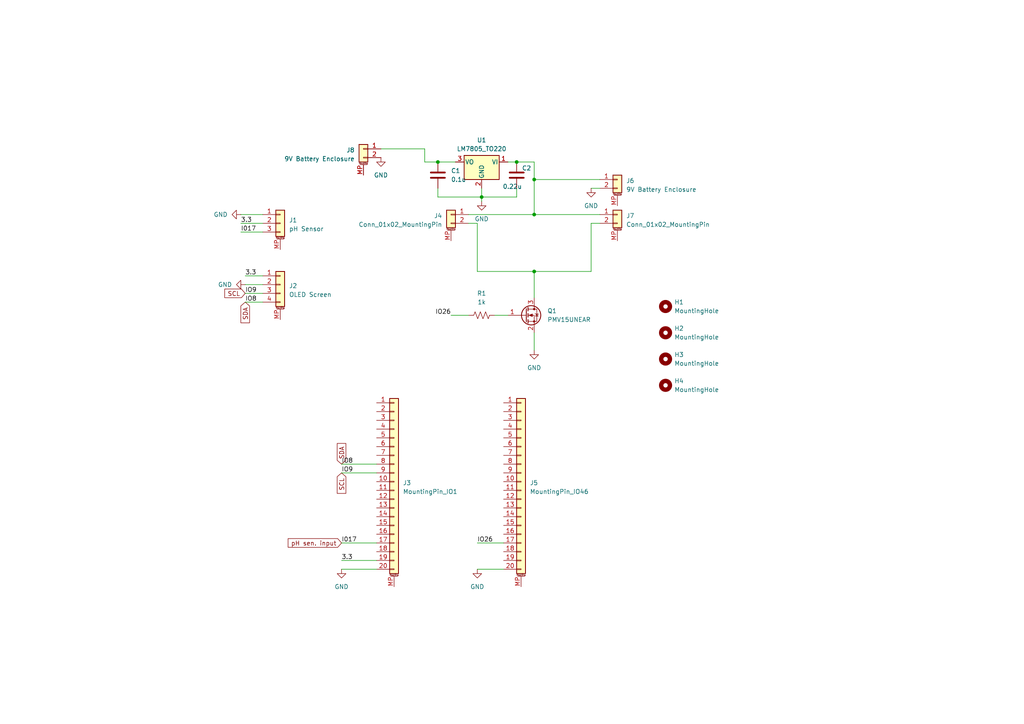
<source format=kicad_sch>
(kicad_sch
	(version 20231120)
	(generator "eeschema")
	(generator_version "8.0")
	(uuid "fcd2bf46-1664-4621-bd79-674230b49c83")
	(paper "A4")
	(lib_symbols
		(symbol "Connector_Generic_MountingPin:Conn_01x02_MountingPin"
			(pin_names
				(offset 1.016) hide)
			(exclude_from_sim no)
			(in_bom yes)
			(on_board yes)
			(property "Reference" "J"
				(at 0 2.54 0)
				(effects
					(font
						(size 1.27 1.27)
					)
				)
			)
			(property "Value" "Conn_01x02_MountingPin"
				(at 1.27 -5.08 0)
				(effects
					(font
						(size 1.27 1.27)
					)
					(justify left)
				)
			)
			(property "Footprint" ""
				(at 0 0 0)
				(effects
					(font
						(size 1.27 1.27)
					)
					(hide yes)
				)
			)
			(property "Datasheet" "~"
				(at 0 0 0)
				(effects
					(font
						(size 1.27 1.27)
					)
					(hide yes)
				)
			)
			(property "Description" "Generic connectable mounting pin connector, single row, 01x02, script generated (kicad-library-utils/schlib/autogen/connector/)"
				(at 0 0 0)
				(effects
					(font
						(size 1.27 1.27)
					)
					(hide yes)
				)
			)
			(property "ki_keywords" "connector"
				(at 0 0 0)
				(effects
					(font
						(size 1.27 1.27)
					)
					(hide yes)
				)
			)
			(property "ki_fp_filters" "Connector*:*_1x??-1MP*"
				(at 0 0 0)
				(effects
					(font
						(size 1.27 1.27)
					)
					(hide yes)
				)
			)
			(symbol "Conn_01x02_MountingPin_1_1"
				(rectangle
					(start -1.27 -2.413)
					(end 0 -2.667)
					(stroke
						(width 0.1524)
						(type default)
					)
					(fill
						(type none)
					)
				)
				(rectangle
					(start -1.27 0.127)
					(end 0 -0.127)
					(stroke
						(width 0.1524)
						(type default)
					)
					(fill
						(type none)
					)
				)
				(rectangle
					(start -1.27 1.27)
					(end 1.27 -3.81)
					(stroke
						(width 0.254)
						(type default)
					)
					(fill
						(type background)
					)
				)
				(polyline
					(pts
						(xy -1.016 -4.572) (xy 1.016 -4.572)
					)
					(stroke
						(width 0.1524)
						(type default)
					)
					(fill
						(type none)
					)
				)
				(text "Mounting"
					(at 0 -4.191 0)
					(effects
						(font
							(size 0.381 0.381)
						)
					)
				)
				(pin passive line
					(at -5.08 0 0)
					(length 3.81)
					(name "Pin_1"
						(effects
							(font
								(size 1.27 1.27)
							)
						)
					)
					(number "1"
						(effects
							(font
								(size 1.27 1.27)
							)
						)
					)
				)
				(pin passive line
					(at -5.08 -2.54 0)
					(length 3.81)
					(name "Pin_2"
						(effects
							(font
								(size 1.27 1.27)
							)
						)
					)
					(number "2"
						(effects
							(font
								(size 1.27 1.27)
							)
						)
					)
				)
				(pin passive line
					(at 0 -7.62 90)
					(length 3.048)
					(name "MountPin"
						(effects
							(font
								(size 1.27 1.27)
							)
						)
					)
					(number "MP"
						(effects
							(font
								(size 1.27 1.27)
							)
						)
					)
				)
			)
		)
		(symbol "Connector_Generic_MountingPin:Conn_01x03_MountingPin"
			(pin_names
				(offset 1.016) hide)
			(exclude_from_sim no)
			(in_bom yes)
			(on_board yes)
			(property "Reference" "J"
				(at 0 5.08 0)
				(effects
					(font
						(size 1.27 1.27)
					)
				)
			)
			(property "Value" "Conn_01x03_MountingPin"
				(at 1.27 -5.08 0)
				(effects
					(font
						(size 1.27 1.27)
					)
					(justify left)
				)
			)
			(property "Footprint" ""
				(at 0 0 0)
				(effects
					(font
						(size 1.27 1.27)
					)
					(hide yes)
				)
			)
			(property "Datasheet" "~"
				(at 0 0 0)
				(effects
					(font
						(size 1.27 1.27)
					)
					(hide yes)
				)
			)
			(property "Description" "Generic connectable mounting pin connector, single row, 01x03, script generated (kicad-library-utils/schlib/autogen/connector/)"
				(at 0 0 0)
				(effects
					(font
						(size 1.27 1.27)
					)
					(hide yes)
				)
			)
			(property "ki_keywords" "connector"
				(at 0 0 0)
				(effects
					(font
						(size 1.27 1.27)
					)
					(hide yes)
				)
			)
			(property "ki_fp_filters" "Connector*:*_1x??-1MP*"
				(at 0 0 0)
				(effects
					(font
						(size 1.27 1.27)
					)
					(hide yes)
				)
			)
			(symbol "Conn_01x03_MountingPin_1_1"
				(rectangle
					(start -1.27 -2.413)
					(end 0 -2.667)
					(stroke
						(width 0.1524)
						(type default)
					)
					(fill
						(type none)
					)
				)
				(rectangle
					(start -1.27 0.127)
					(end 0 -0.127)
					(stroke
						(width 0.1524)
						(type default)
					)
					(fill
						(type none)
					)
				)
				(rectangle
					(start -1.27 2.667)
					(end 0 2.413)
					(stroke
						(width 0.1524)
						(type default)
					)
					(fill
						(type none)
					)
				)
				(rectangle
					(start -1.27 3.81)
					(end 1.27 -3.81)
					(stroke
						(width 0.254)
						(type default)
					)
					(fill
						(type background)
					)
				)
				(polyline
					(pts
						(xy -1.016 -4.572) (xy 1.016 -4.572)
					)
					(stroke
						(width 0.1524)
						(type default)
					)
					(fill
						(type none)
					)
				)
				(text "Mounting"
					(at 0 -4.191 0)
					(effects
						(font
							(size 0.381 0.381)
						)
					)
				)
				(pin passive line
					(at -5.08 2.54 0)
					(length 3.81)
					(name "Pin_1"
						(effects
							(font
								(size 1.27 1.27)
							)
						)
					)
					(number "1"
						(effects
							(font
								(size 1.27 1.27)
							)
						)
					)
				)
				(pin passive line
					(at -5.08 0 0)
					(length 3.81)
					(name "Pin_2"
						(effects
							(font
								(size 1.27 1.27)
							)
						)
					)
					(number "2"
						(effects
							(font
								(size 1.27 1.27)
							)
						)
					)
				)
				(pin passive line
					(at -5.08 -2.54 0)
					(length 3.81)
					(name "Pin_3"
						(effects
							(font
								(size 1.27 1.27)
							)
						)
					)
					(number "3"
						(effects
							(font
								(size 1.27 1.27)
							)
						)
					)
				)
				(pin passive line
					(at 0 -7.62 90)
					(length 3.048)
					(name "MountPin"
						(effects
							(font
								(size 1.27 1.27)
							)
						)
					)
					(number "MP"
						(effects
							(font
								(size 1.27 1.27)
							)
						)
					)
				)
			)
		)
		(symbol "Connector_Generic_MountingPin:Conn_01x04_MountingPin"
			(pin_names
				(offset 1.016) hide)
			(exclude_from_sim no)
			(in_bom yes)
			(on_board yes)
			(property "Reference" "J"
				(at 0 5.08 0)
				(effects
					(font
						(size 1.27 1.27)
					)
				)
			)
			(property "Value" "Conn_01x04_MountingPin"
				(at 1.27 -7.62 0)
				(effects
					(font
						(size 1.27 1.27)
					)
					(justify left)
				)
			)
			(property "Footprint" ""
				(at 0 0 0)
				(effects
					(font
						(size 1.27 1.27)
					)
					(hide yes)
				)
			)
			(property "Datasheet" "~"
				(at 0 0 0)
				(effects
					(font
						(size 1.27 1.27)
					)
					(hide yes)
				)
			)
			(property "Description" "Generic connectable mounting pin connector, single row, 01x04, script generated (kicad-library-utils/schlib/autogen/connector/)"
				(at 0 0 0)
				(effects
					(font
						(size 1.27 1.27)
					)
					(hide yes)
				)
			)
			(property "ki_keywords" "connector"
				(at 0 0 0)
				(effects
					(font
						(size 1.27 1.27)
					)
					(hide yes)
				)
			)
			(property "ki_fp_filters" "Connector*:*_1x??-1MP*"
				(at 0 0 0)
				(effects
					(font
						(size 1.27 1.27)
					)
					(hide yes)
				)
			)
			(symbol "Conn_01x04_MountingPin_1_1"
				(rectangle
					(start -1.27 -4.953)
					(end 0 -5.207)
					(stroke
						(width 0.1524)
						(type default)
					)
					(fill
						(type none)
					)
				)
				(rectangle
					(start -1.27 -2.413)
					(end 0 -2.667)
					(stroke
						(width 0.1524)
						(type default)
					)
					(fill
						(type none)
					)
				)
				(rectangle
					(start -1.27 0.127)
					(end 0 -0.127)
					(stroke
						(width 0.1524)
						(type default)
					)
					(fill
						(type none)
					)
				)
				(rectangle
					(start -1.27 2.667)
					(end 0 2.413)
					(stroke
						(width 0.1524)
						(type default)
					)
					(fill
						(type none)
					)
				)
				(rectangle
					(start -1.27 3.81)
					(end 1.27 -6.35)
					(stroke
						(width 0.254)
						(type default)
					)
					(fill
						(type background)
					)
				)
				(polyline
					(pts
						(xy -1.016 -7.112) (xy 1.016 -7.112)
					)
					(stroke
						(width 0.1524)
						(type default)
					)
					(fill
						(type none)
					)
				)
				(text "Mounting"
					(at 0 -6.731 0)
					(effects
						(font
							(size 0.381 0.381)
						)
					)
				)
				(pin passive line
					(at -5.08 2.54 0)
					(length 3.81)
					(name "Pin_1"
						(effects
							(font
								(size 1.27 1.27)
							)
						)
					)
					(number "1"
						(effects
							(font
								(size 1.27 1.27)
							)
						)
					)
				)
				(pin passive line
					(at -5.08 0 0)
					(length 3.81)
					(name "Pin_2"
						(effects
							(font
								(size 1.27 1.27)
							)
						)
					)
					(number "2"
						(effects
							(font
								(size 1.27 1.27)
							)
						)
					)
				)
				(pin passive line
					(at -5.08 -2.54 0)
					(length 3.81)
					(name "Pin_3"
						(effects
							(font
								(size 1.27 1.27)
							)
						)
					)
					(number "3"
						(effects
							(font
								(size 1.27 1.27)
							)
						)
					)
				)
				(pin passive line
					(at -5.08 -5.08 0)
					(length 3.81)
					(name "Pin_4"
						(effects
							(font
								(size 1.27 1.27)
							)
						)
					)
					(number "4"
						(effects
							(font
								(size 1.27 1.27)
							)
						)
					)
				)
				(pin passive line
					(at 0 -10.16 90)
					(length 3.048)
					(name "MountPin"
						(effects
							(font
								(size 1.27 1.27)
							)
						)
					)
					(number "MP"
						(effects
							(font
								(size 1.27 1.27)
							)
						)
					)
				)
			)
		)
		(symbol "Connector_Generic_MountingPin:Conn_01x20_MountingPin"
			(pin_names
				(offset 1.016) hide)
			(exclude_from_sim no)
			(in_bom yes)
			(on_board yes)
			(property "Reference" "J"
				(at 0 25.4 0)
				(effects
					(font
						(size 1.27 1.27)
					)
				)
			)
			(property "Value" "Conn_01x20_MountingPin"
				(at 1.27 -27.94 0)
				(effects
					(font
						(size 1.27 1.27)
					)
					(justify left)
				)
			)
			(property "Footprint" ""
				(at 0 0 0)
				(effects
					(font
						(size 1.27 1.27)
					)
					(hide yes)
				)
			)
			(property "Datasheet" "~"
				(at 0 0 0)
				(effects
					(font
						(size 1.27 1.27)
					)
					(hide yes)
				)
			)
			(property "Description" "Generic connectable mounting pin connector, single row, 01x20, script generated (kicad-library-utils/schlib/autogen/connector/)"
				(at 0 0 0)
				(effects
					(font
						(size 1.27 1.27)
					)
					(hide yes)
				)
			)
			(property "ki_keywords" "connector"
				(at 0 0 0)
				(effects
					(font
						(size 1.27 1.27)
					)
					(hide yes)
				)
			)
			(property "ki_fp_filters" "Connector*:*_1x??-1MP*"
				(at 0 0 0)
				(effects
					(font
						(size 1.27 1.27)
					)
					(hide yes)
				)
			)
			(symbol "Conn_01x20_MountingPin_1_1"
				(rectangle
					(start -1.27 -25.273)
					(end 0 -25.527)
					(stroke
						(width 0.1524)
						(type default)
					)
					(fill
						(type none)
					)
				)
				(rectangle
					(start -1.27 -22.733)
					(end 0 -22.987)
					(stroke
						(width 0.1524)
						(type default)
					)
					(fill
						(type none)
					)
				)
				(rectangle
					(start -1.27 -20.193)
					(end 0 -20.447)
					(stroke
						(width 0.1524)
						(type default)
					)
					(fill
						(type none)
					)
				)
				(rectangle
					(start -1.27 -17.653)
					(end 0 -17.907)
					(stroke
						(width 0.1524)
						(type default)
					)
					(fill
						(type none)
					)
				)
				(rectangle
					(start -1.27 -15.113)
					(end 0 -15.367)
					(stroke
						(width 0.1524)
						(type default)
					)
					(fill
						(type none)
					)
				)
				(rectangle
					(start -1.27 -12.573)
					(end 0 -12.827)
					(stroke
						(width 0.1524)
						(type default)
					)
					(fill
						(type none)
					)
				)
				(rectangle
					(start -1.27 -10.033)
					(end 0 -10.287)
					(stroke
						(width 0.1524)
						(type default)
					)
					(fill
						(type none)
					)
				)
				(rectangle
					(start -1.27 -7.493)
					(end 0 -7.747)
					(stroke
						(width 0.1524)
						(type default)
					)
					(fill
						(type none)
					)
				)
				(rectangle
					(start -1.27 -4.953)
					(end 0 -5.207)
					(stroke
						(width 0.1524)
						(type default)
					)
					(fill
						(type none)
					)
				)
				(rectangle
					(start -1.27 -2.413)
					(end 0 -2.667)
					(stroke
						(width 0.1524)
						(type default)
					)
					(fill
						(type none)
					)
				)
				(rectangle
					(start -1.27 0.127)
					(end 0 -0.127)
					(stroke
						(width 0.1524)
						(type default)
					)
					(fill
						(type none)
					)
				)
				(rectangle
					(start -1.27 2.667)
					(end 0 2.413)
					(stroke
						(width 0.1524)
						(type default)
					)
					(fill
						(type none)
					)
				)
				(rectangle
					(start -1.27 5.207)
					(end 0 4.953)
					(stroke
						(width 0.1524)
						(type default)
					)
					(fill
						(type none)
					)
				)
				(rectangle
					(start -1.27 7.747)
					(end 0 7.493)
					(stroke
						(width 0.1524)
						(type default)
					)
					(fill
						(type none)
					)
				)
				(rectangle
					(start -1.27 10.287)
					(end 0 10.033)
					(stroke
						(width 0.1524)
						(type default)
					)
					(fill
						(type none)
					)
				)
				(rectangle
					(start -1.27 12.827)
					(end 0 12.573)
					(stroke
						(width 0.1524)
						(type default)
					)
					(fill
						(type none)
					)
				)
				(rectangle
					(start -1.27 15.367)
					(end 0 15.113)
					(stroke
						(width 0.1524)
						(type default)
					)
					(fill
						(type none)
					)
				)
				(rectangle
					(start -1.27 17.907)
					(end 0 17.653)
					(stroke
						(width 0.1524)
						(type default)
					)
					(fill
						(type none)
					)
				)
				(rectangle
					(start -1.27 20.447)
					(end 0 20.193)
					(stroke
						(width 0.1524)
						(type default)
					)
					(fill
						(type none)
					)
				)
				(rectangle
					(start -1.27 22.987)
					(end 0 22.733)
					(stroke
						(width 0.1524)
						(type default)
					)
					(fill
						(type none)
					)
				)
				(rectangle
					(start -1.27 24.13)
					(end 1.27 -26.67)
					(stroke
						(width 0.254)
						(type default)
					)
					(fill
						(type background)
					)
				)
				(polyline
					(pts
						(xy -1.016 -27.432) (xy 1.016 -27.432)
					)
					(stroke
						(width 0.1524)
						(type default)
					)
					(fill
						(type none)
					)
				)
				(text "Mounting"
					(at 0 -27.051 0)
					(effects
						(font
							(size 0.381 0.381)
						)
					)
				)
				(pin passive line
					(at -5.08 22.86 0)
					(length 3.81)
					(name "Pin_1"
						(effects
							(font
								(size 1.27 1.27)
							)
						)
					)
					(number "1"
						(effects
							(font
								(size 1.27 1.27)
							)
						)
					)
				)
				(pin passive line
					(at -5.08 0 0)
					(length 3.81)
					(name "Pin_10"
						(effects
							(font
								(size 1.27 1.27)
							)
						)
					)
					(number "10"
						(effects
							(font
								(size 1.27 1.27)
							)
						)
					)
				)
				(pin passive line
					(at -5.08 -2.54 0)
					(length 3.81)
					(name "Pin_11"
						(effects
							(font
								(size 1.27 1.27)
							)
						)
					)
					(number "11"
						(effects
							(font
								(size 1.27 1.27)
							)
						)
					)
				)
				(pin passive line
					(at -5.08 -5.08 0)
					(length 3.81)
					(name "Pin_12"
						(effects
							(font
								(size 1.27 1.27)
							)
						)
					)
					(number "12"
						(effects
							(font
								(size 1.27 1.27)
							)
						)
					)
				)
				(pin passive line
					(at -5.08 -7.62 0)
					(length 3.81)
					(name "Pin_13"
						(effects
							(font
								(size 1.27 1.27)
							)
						)
					)
					(number "13"
						(effects
							(font
								(size 1.27 1.27)
							)
						)
					)
				)
				(pin passive line
					(at -5.08 -10.16 0)
					(length 3.81)
					(name "Pin_14"
						(effects
							(font
								(size 1.27 1.27)
							)
						)
					)
					(number "14"
						(effects
							(font
								(size 1.27 1.27)
							)
						)
					)
				)
				(pin passive line
					(at -5.08 -12.7 0)
					(length 3.81)
					(name "Pin_15"
						(effects
							(font
								(size 1.27 1.27)
							)
						)
					)
					(number "15"
						(effects
							(font
								(size 1.27 1.27)
							)
						)
					)
				)
				(pin passive line
					(at -5.08 -15.24 0)
					(length 3.81)
					(name "Pin_16"
						(effects
							(font
								(size 1.27 1.27)
							)
						)
					)
					(number "16"
						(effects
							(font
								(size 1.27 1.27)
							)
						)
					)
				)
				(pin passive line
					(at -5.08 -17.78 0)
					(length 3.81)
					(name "Pin_17"
						(effects
							(font
								(size 1.27 1.27)
							)
						)
					)
					(number "17"
						(effects
							(font
								(size 1.27 1.27)
							)
						)
					)
				)
				(pin passive line
					(at -5.08 -20.32 0)
					(length 3.81)
					(name "Pin_18"
						(effects
							(font
								(size 1.27 1.27)
							)
						)
					)
					(number "18"
						(effects
							(font
								(size 1.27 1.27)
							)
						)
					)
				)
				(pin passive line
					(at -5.08 -22.86 0)
					(length 3.81)
					(name "Pin_19"
						(effects
							(font
								(size 1.27 1.27)
							)
						)
					)
					(number "19"
						(effects
							(font
								(size 1.27 1.27)
							)
						)
					)
				)
				(pin passive line
					(at -5.08 20.32 0)
					(length 3.81)
					(name "Pin_2"
						(effects
							(font
								(size 1.27 1.27)
							)
						)
					)
					(number "2"
						(effects
							(font
								(size 1.27 1.27)
							)
						)
					)
				)
				(pin passive line
					(at -5.08 -25.4 0)
					(length 3.81)
					(name "Pin_20"
						(effects
							(font
								(size 1.27 1.27)
							)
						)
					)
					(number "20"
						(effects
							(font
								(size 1.27 1.27)
							)
						)
					)
				)
				(pin passive line
					(at -5.08 17.78 0)
					(length 3.81)
					(name "Pin_3"
						(effects
							(font
								(size 1.27 1.27)
							)
						)
					)
					(number "3"
						(effects
							(font
								(size 1.27 1.27)
							)
						)
					)
				)
				(pin passive line
					(at -5.08 15.24 0)
					(length 3.81)
					(name "Pin_4"
						(effects
							(font
								(size 1.27 1.27)
							)
						)
					)
					(number "4"
						(effects
							(font
								(size 1.27 1.27)
							)
						)
					)
				)
				(pin passive line
					(at -5.08 12.7 0)
					(length 3.81)
					(name "Pin_5"
						(effects
							(font
								(size 1.27 1.27)
							)
						)
					)
					(number "5"
						(effects
							(font
								(size 1.27 1.27)
							)
						)
					)
				)
				(pin passive line
					(at -5.08 10.16 0)
					(length 3.81)
					(name "Pin_6"
						(effects
							(font
								(size 1.27 1.27)
							)
						)
					)
					(number "6"
						(effects
							(font
								(size 1.27 1.27)
							)
						)
					)
				)
				(pin passive line
					(at -5.08 7.62 0)
					(length 3.81)
					(name "Pin_7"
						(effects
							(font
								(size 1.27 1.27)
							)
						)
					)
					(number "7"
						(effects
							(font
								(size 1.27 1.27)
							)
						)
					)
				)
				(pin passive line
					(at -5.08 5.08 0)
					(length 3.81)
					(name "Pin_8"
						(effects
							(font
								(size 1.27 1.27)
							)
						)
					)
					(number "8"
						(effects
							(font
								(size 1.27 1.27)
							)
						)
					)
				)
				(pin passive line
					(at -5.08 2.54 0)
					(length 3.81)
					(name "Pin_9"
						(effects
							(font
								(size 1.27 1.27)
							)
						)
					)
					(number "9"
						(effects
							(font
								(size 1.27 1.27)
							)
						)
					)
				)
				(pin passive line
					(at 0 -30.48 90)
					(length 3.048)
					(name "MountPin"
						(effects
							(font
								(size 1.27 1.27)
							)
						)
					)
					(number "MP"
						(effects
							(font
								(size 1.27 1.27)
							)
						)
					)
				)
			)
		)
		(symbol "Device:C"
			(pin_numbers hide)
			(pin_names
				(offset 0.254)
			)
			(exclude_from_sim no)
			(in_bom yes)
			(on_board yes)
			(property "Reference" "C"
				(at 0.635 2.54 0)
				(effects
					(font
						(size 1.27 1.27)
					)
					(justify left)
				)
			)
			(property "Value" "C"
				(at 0.635 -2.54 0)
				(effects
					(font
						(size 1.27 1.27)
					)
					(justify left)
				)
			)
			(property "Footprint" ""
				(at 0.9652 -3.81 0)
				(effects
					(font
						(size 1.27 1.27)
					)
					(hide yes)
				)
			)
			(property "Datasheet" "~"
				(at 0 0 0)
				(effects
					(font
						(size 1.27 1.27)
					)
					(hide yes)
				)
			)
			(property "Description" "Unpolarized capacitor"
				(at 0 0 0)
				(effects
					(font
						(size 1.27 1.27)
					)
					(hide yes)
				)
			)
			(property "ki_keywords" "cap capacitor"
				(at 0 0 0)
				(effects
					(font
						(size 1.27 1.27)
					)
					(hide yes)
				)
			)
			(property "ki_fp_filters" "C_*"
				(at 0 0 0)
				(effects
					(font
						(size 1.27 1.27)
					)
					(hide yes)
				)
			)
			(symbol "C_0_1"
				(polyline
					(pts
						(xy -2.032 -0.762) (xy 2.032 -0.762)
					)
					(stroke
						(width 0.508)
						(type default)
					)
					(fill
						(type none)
					)
				)
				(polyline
					(pts
						(xy -2.032 0.762) (xy 2.032 0.762)
					)
					(stroke
						(width 0.508)
						(type default)
					)
					(fill
						(type none)
					)
				)
			)
			(symbol "C_1_1"
				(pin passive line
					(at 0 3.81 270)
					(length 2.794)
					(name "~"
						(effects
							(font
								(size 1.27 1.27)
							)
						)
					)
					(number "1"
						(effects
							(font
								(size 1.27 1.27)
							)
						)
					)
				)
				(pin passive line
					(at 0 -3.81 90)
					(length 2.794)
					(name "~"
						(effects
							(font
								(size 1.27 1.27)
							)
						)
					)
					(number "2"
						(effects
							(font
								(size 1.27 1.27)
							)
						)
					)
				)
			)
		)
		(symbol "Device:Q_NMOS_GSD"
			(pin_names
				(offset 0) hide)
			(exclude_from_sim no)
			(in_bom yes)
			(on_board yes)
			(property "Reference" "Q"
				(at 5.08 1.27 0)
				(effects
					(font
						(size 1.27 1.27)
					)
					(justify left)
				)
			)
			(property "Value" "Q_NMOS_GSD"
				(at 5.08 -1.27 0)
				(effects
					(font
						(size 1.27 1.27)
					)
					(justify left)
				)
			)
			(property "Footprint" ""
				(at 5.08 2.54 0)
				(effects
					(font
						(size 1.27 1.27)
					)
					(hide yes)
				)
			)
			(property "Datasheet" "~"
				(at 0 0 0)
				(effects
					(font
						(size 1.27 1.27)
					)
					(hide yes)
				)
			)
			(property "Description" "N-MOSFET transistor, gate/source/drain"
				(at 0 0 0)
				(effects
					(font
						(size 1.27 1.27)
					)
					(hide yes)
				)
			)
			(property "ki_keywords" "transistor NMOS N-MOS N-MOSFET"
				(at 0 0 0)
				(effects
					(font
						(size 1.27 1.27)
					)
					(hide yes)
				)
			)
			(symbol "Q_NMOS_GSD_0_1"
				(polyline
					(pts
						(xy 0.254 0) (xy -2.54 0)
					)
					(stroke
						(width 0)
						(type default)
					)
					(fill
						(type none)
					)
				)
				(polyline
					(pts
						(xy 0.254 1.905) (xy 0.254 -1.905)
					)
					(stroke
						(width 0.254)
						(type default)
					)
					(fill
						(type none)
					)
				)
				(polyline
					(pts
						(xy 0.762 -1.27) (xy 0.762 -2.286)
					)
					(stroke
						(width 0.254)
						(type default)
					)
					(fill
						(type none)
					)
				)
				(polyline
					(pts
						(xy 0.762 0.508) (xy 0.762 -0.508)
					)
					(stroke
						(width 0.254)
						(type default)
					)
					(fill
						(type none)
					)
				)
				(polyline
					(pts
						(xy 0.762 2.286) (xy 0.762 1.27)
					)
					(stroke
						(width 0.254)
						(type default)
					)
					(fill
						(type none)
					)
				)
				(polyline
					(pts
						(xy 2.54 2.54) (xy 2.54 1.778)
					)
					(stroke
						(width 0)
						(type default)
					)
					(fill
						(type none)
					)
				)
				(polyline
					(pts
						(xy 2.54 -2.54) (xy 2.54 0) (xy 0.762 0)
					)
					(stroke
						(width 0)
						(type default)
					)
					(fill
						(type none)
					)
				)
				(polyline
					(pts
						(xy 0.762 -1.778) (xy 3.302 -1.778) (xy 3.302 1.778) (xy 0.762 1.778)
					)
					(stroke
						(width 0)
						(type default)
					)
					(fill
						(type none)
					)
				)
				(polyline
					(pts
						(xy 1.016 0) (xy 2.032 0.381) (xy 2.032 -0.381) (xy 1.016 0)
					)
					(stroke
						(width 0)
						(type default)
					)
					(fill
						(type outline)
					)
				)
				(polyline
					(pts
						(xy 2.794 0.508) (xy 2.921 0.381) (xy 3.683 0.381) (xy 3.81 0.254)
					)
					(stroke
						(width 0)
						(type default)
					)
					(fill
						(type none)
					)
				)
				(polyline
					(pts
						(xy 3.302 0.381) (xy 2.921 -0.254) (xy 3.683 -0.254) (xy 3.302 0.381)
					)
					(stroke
						(width 0)
						(type default)
					)
					(fill
						(type none)
					)
				)
				(circle
					(center 1.651 0)
					(radius 2.794)
					(stroke
						(width 0.254)
						(type default)
					)
					(fill
						(type none)
					)
				)
				(circle
					(center 2.54 -1.778)
					(radius 0.254)
					(stroke
						(width 0)
						(type default)
					)
					(fill
						(type outline)
					)
				)
				(circle
					(center 2.54 1.778)
					(radius 0.254)
					(stroke
						(width 0)
						(type default)
					)
					(fill
						(type outline)
					)
				)
			)
			(symbol "Q_NMOS_GSD_1_1"
				(pin input line
					(at -5.08 0 0)
					(length 2.54)
					(name "G"
						(effects
							(font
								(size 1.27 1.27)
							)
						)
					)
					(number "1"
						(effects
							(font
								(size 1.27 1.27)
							)
						)
					)
				)
				(pin passive line
					(at 2.54 -5.08 90)
					(length 2.54)
					(name "S"
						(effects
							(font
								(size 1.27 1.27)
							)
						)
					)
					(number "2"
						(effects
							(font
								(size 1.27 1.27)
							)
						)
					)
				)
				(pin passive line
					(at 2.54 5.08 270)
					(length 2.54)
					(name "D"
						(effects
							(font
								(size 1.27 1.27)
							)
						)
					)
					(number "3"
						(effects
							(font
								(size 1.27 1.27)
							)
						)
					)
				)
			)
		)
		(symbol "Device:R_US"
			(pin_numbers hide)
			(pin_names
				(offset 0)
			)
			(exclude_from_sim no)
			(in_bom yes)
			(on_board yes)
			(property "Reference" "R"
				(at 2.54 0 90)
				(effects
					(font
						(size 1.27 1.27)
					)
				)
			)
			(property "Value" "R_US"
				(at -2.54 0 90)
				(effects
					(font
						(size 1.27 1.27)
					)
				)
			)
			(property "Footprint" ""
				(at 1.016 -0.254 90)
				(effects
					(font
						(size 1.27 1.27)
					)
					(hide yes)
				)
			)
			(property "Datasheet" "~"
				(at 0 0 0)
				(effects
					(font
						(size 1.27 1.27)
					)
					(hide yes)
				)
			)
			(property "Description" "Resistor, US symbol"
				(at 0 0 0)
				(effects
					(font
						(size 1.27 1.27)
					)
					(hide yes)
				)
			)
			(property "ki_keywords" "R res resistor"
				(at 0 0 0)
				(effects
					(font
						(size 1.27 1.27)
					)
					(hide yes)
				)
			)
			(property "ki_fp_filters" "R_*"
				(at 0 0 0)
				(effects
					(font
						(size 1.27 1.27)
					)
					(hide yes)
				)
			)
			(symbol "R_US_0_1"
				(polyline
					(pts
						(xy 0 -2.286) (xy 0 -2.54)
					)
					(stroke
						(width 0)
						(type default)
					)
					(fill
						(type none)
					)
				)
				(polyline
					(pts
						(xy 0 2.286) (xy 0 2.54)
					)
					(stroke
						(width 0)
						(type default)
					)
					(fill
						(type none)
					)
				)
				(polyline
					(pts
						(xy 0 -0.762) (xy 1.016 -1.143) (xy 0 -1.524) (xy -1.016 -1.905) (xy 0 -2.286)
					)
					(stroke
						(width 0)
						(type default)
					)
					(fill
						(type none)
					)
				)
				(polyline
					(pts
						(xy 0 0.762) (xy 1.016 0.381) (xy 0 0) (xy -1.016 -0.381) (xy 0 -0.762)
					)
					(stroke
						(width 0)
						(type default)
					)
					(fill
						(type none)
					)
				)
				(polyline
					(pts
						(xy 0 2.286) (xy 1.016 1.905) (xy 0 1.524) (xy -1.016 1.143) (xy 0 0.762)
					)
					(stroke
						(width 0)
						(type default)
					)
					(fill
						(type none)
					)
				)
			)
			(symbol "R_US_1_1"
				(pin passive line
					(at 0 3.81 270)
					(length 1.27)
					(name "~"
						(effects
							(font
								(size 1.27 1.27)
							)
						)
					)
					(number "1"
						(effects
							(font
								(size 1.27 1.27)
							)
						)
					)
				)
				(pin passive line
					(at 0 -3.81 90)
					(length 1.27)
					(name "~"
						(effects
							(font
								(size 1.27 1.27)
							)
						)
					)
					(number "2"
						(effects
							(font
								(size 1.27 1.27)
							)
						)
					)
				)
			)
		)
		(symbol "Mechanical:MountingHole"
			(pin_names
				(offset 1.016)
			)
			(exclude_from_sim yes)
			(in_bom no)
			(on_board yes)
			(property "Reference" "H"
				(at 0 5.08 0)
				(effects
					(font
						(size 1.27 1.27)
					)
				)
			)
			(property "Value" "MountingHole"
				(at 0 3.175 0)
				(effects
					(font
						(size 1.27 1.27)
					)
				)
			)
			(property "Footprint" ""
				(at 0 0 0)
				(effects
					(font
						(size 1.27 1.27)
					)
					(hide yes)
				)
			)
			(property "Datasheet" "~"
				(at 0 0 0)
				(effects
					(font
						(size 1.27 1.27)
					)
					(hide yes)
				)
			)
			(property "Description" "Mounting Hole without connection"
				(at 0 0 0)
				(effects
					(font
						(size 1.27 1.27)
					)
					(hide yes)
				)
			)
			(property "ki_keywords" "mounting hole"
				(at 0 0 0)
				(effects
					(font
						(size 1.27 1.27)
					)
					(hide yes)
				)
			)
			(property "ki_fp_filters" "MountingHole*"
				(at 0 0 0)
				(effects
					(font
						(size 1.27 1.27)
					)
					(hide yes)
				)
			)
			(symbol "MountingHole_0_1"
				(circle
					(center 0 0)
					(radius 1.27)
					(stroke
						(width 1.27)
						(type default)
					)
					(fill
						(type none)
					)
				)
			)
		)
		(symbol "Regulator_Linear:LM7805_TO220"
			(pin_names
				(offset 0.254)
			)
			(exclude_from_sim no)
			(in_bom yes)
			(on_board yes)
			(property "Reference" "U"
				(at -3.81 3.175 0)
				(effects
					(font
						(size 1.27 1.27)
					)
				)
			)
			(property "Value" "LM7805_TO220"
				(at 0 3.175 0)
				(effects
					(font
						(size 1.27 1.27)
					)
					(justify left)
				)
			)
			(property "Footprint" "Package_TO_SOT_THT:TO-220-3_Vertical"
				(at 0 5.715 0)
				(effects
					(font
						(size 1.27 1.27)
						(italic yes)
					)
					(hide yes)
				)
			)
			(property "Datasheet" "https://www.onsemi.cn/PowerSolutions/document/MC7800-D.PDF"
				(at 0 -1.27 0)
				(effects
					(font
						(size 1.27 1.27)
					)
					(hide yes)
				)
			)
			(property "Description" "Positive 1A 35V Linear Regulator, Fixed Output 5V, TO-220"
				(at 0 0 0)
				(effects
					(font
						(size 1.27 1.27)
					)
					(hide yes)
				)
			)
			(property "ki_keywords" "Voltage Regulator 1A Positive"
				(at 0 0 0)
				(effects
					(font
						(size 1.27 1.27)
					)
					(hide yes)
				)
			)
			(property "ki_fp_filters" "TO?220*"
				(at 0 0 0)
				(effects
					(font
						(size 1.27 1.27)
					)
					(hide yes)
				)
			)
			(symbol "LM7805_TO220_0_1"
				(rectangle
					(start -5.08 1.905)
					(end 5.08 -5.08)
					(stroke
						(width 0.254)
						(type default)
					)
					(fill
						(type background)
					)
				)
			)
			(symbol "LM7805_TO220_1_1"
				(pin power_in line
					(at -7.62 0 0)
					(length 2.54)
					(name "VI"
						(effects
							(font
								(size 1.27 1.27)
							)
						)
					)
					(number "1"
						(effects
							(font
								(size 1.27 1.27)
							)
						)
					)
				)
				(pin power_in line
					(at 0 -7.62 90)
					(length 2.54)
					(name "GND"
						(effects
							(font
								(size 1.27 1.27)
							)
						)
					)
					(number "2"
						(effects
							(font
								(size 1.27 1.27)
							)
						)
					)
				)
				(pin power_out line
					(at 7.62 0 180)
					(length 2.54)
					(name "VO"
						(effects
							(font
								(size 1.27 1.27)
							)
						)
					)
					(number "3"
						(effects
							(font
								(size 1.27 1.27)
							)
						)
					)
				)
			)
		)
		(symbol "power:GND"
			(power)
			(pin_numbers hide)
			(pin_names
				(offset 0) hide)
			(exclude_from_sim no)
			(in_bom yes)
			(on_board yes)
			(property "Reference" "#PWR"
				(at 0 -6.35 0)
				(effects
					(font
						(size 1.27 1.27)
					)
					(hide yes)
				)
			)
			(property "Value" "GND"
				(at 0 -3.81 0)
				(effects
					(font
						(size 1.27 1.27)
					)
				)
			)
			(property "Footprint" ""
				(at 0 0 0)
				(effects
					(font
						(size 1.27 1.27)
					)
					(hide yes)
				)
			)
			(property "Datasheet" ""
				(at 0 0 0)
				(effects
					(font
						(size 1.27 1.27)
					)
					(hide yes)
				)
			)
			(property "Description" "Power symbol creates a global label with name \"GND\" , ground"
				(at 0 0 0)
				(effects
					(font
						(size 1.27 1.27)
					)
					(hide yes)
				)
			)
			(property "ki_keywords" "global power"
				(at 0 0 0)
				(effects
					(font
						(size 1.27 1.27)
					)
					(hide yes)
				)
			)
			(symbol "GND_0_1"
				(polyline
					(pts
						(xy 0 0) (xy 0 -1.27) (xy 1.27 -1.27) (xy 0 -2.54) (xy -1.27 -1.27) (xy 0 -1.27)
					)
					(stroke
						(width 0)
						(type default)
					)
					(fill
						(type none)
					)
				)
			)
			(symbol "GND_1_1"
				(pin power_in line
					(at 0 0 270)
					(length 0)
					(name "~"
						(effects
							(font
								(size 1.27 1.27)
							)
						)
					)
					(number "1"
						(effects
							(font
								(size 1.27 1.27)
							)
						)
					)
				)
			)
		)
	)
	(junction
		(at 154.94 62.23)
		(diameter 0)
		(color 0 0 0 0)
		(uuid "16dd7a98-b1dc-4d2f-9e84-1a6018b253b1")
	)
	(junction
		(at 149.86 46.99)
		(diameter 0)
		(color 0 0 0 0)
		(uuid "26edac82-e787-4cf8-aca9-38eb4952521d")
	)
	(junction
		(at 154.94 78.74)
		(diameter 0)
		(color 0 0 0 0)
		(uuid "555f205b-911d-4dcd-8edf-0c5f8aaf6c8b")
	)
	(junction
		(at 127 46.99)
		(diameter 0)
		(color 0 0 0 0)
		(uuid "558e5eb9-7f8b-47b8-84c0-e25f0e393e78")
	)
	(junction
		(at 139.7 57.15)
		(diameter 0)
		(color 0 0 0 0)
		(uuid "94aef395-0638-4d9c-be92-b014b6980dbd")
	)
	(junction
		(at 154.94 52.07)
		(diameter 0)
		(color 0 0 0 0)
		(uuid "f0ae85e2-8b07-41b6-99c0-e66fb081c8d5")
	)
	(wire
		(pts
			(xy 149.86 54.61) (xy 149.86 57.15)
		)
		(stroke
			(width 0)
			(type default)
		)
		(uuid "11a71828-074b-4634-9d06-15b4e79e4aa5")
	)
	(wire
		(pts
			(xy 69.85 67.31) (xy 76.2 67.31)
		)
		(stroke
			(width 0)
			(type default)
		)
		(uuid "1ddea311-980d-4753-8a3c-a33fe8618885")
	)
	(wire
		(pts
			(xy 138.43 64.77) (xy 138.43 78.74)
		)
		(stroke
			(width 0)
			(type default)
		)
		(uuid "22f2e5d8-5314-4cb9-b40a-6836f7171f7d")
	)
	(wire
		(pts
			(xy 135.89 64.77) (xy 138.43 64.77)
		)
		(stroke
			(width 0)
			(type default)
		)
		(uuid "2e4705aa-be4e-4253-9064-ab979b757cdd")
	)
	(wire
		(pts
			(xy 69.85 64.77) (xy 76.2 64.77)
		)
		(stroke
			(width 0)
			(type default)
		)
		(uuid "4425127e-9126-475b-86dd-f2b97d508979")
	)
	(wire
		(pts
			(xy 149.86 46.99) (xy 154.94 46.99)
		)
		(stroke
			(width 0)
			(type default)
		)
		(uuid "4d52c99b-b418-40cc-bc00-6dacd782aec6")
	)
	(wire
		(pts
			(xy 130.81 91.44) (xy 135.89 91.44)
		)
		(stroke
			(width 0)
			(type default)
		)
		(uuid "4f7a3d42-6c04-46a1-889a-67293863ce2e")
	)
	(wire
		(pts
			(xy 71.12 87.63) (xy 76.2 87.63)
		)
		(stroke
			(width 0)
			(type default)
		)
		(uuid "526dace8-12f8-41a4-a1f1-5351c61dd9ce")
	)
	(wire
		(pts
			(xy 171.45 64.77) (xy 171.45 78.74)
		)
		(stroke
			(width 0)
			(type default)
		)
		(uuid "5373e30c-7675-41bf-8341-00034c89b23a")
	)
	(wire
		(pts
			(xy 139.7 57.15) (xy 139.7 54.61)
		)
		(stroke
			(width 0)
			(type default)
		)
		(uuid "5b384913-c436-4422-a6a8-c856b00307cb")
	)
	(wire
		(pts
			(xy 71.12 80.01) (xy 76.2 80.01)
		)
		(stroke
			(width 0)
			(type default)
		)
		(uuid "5ef35a14-a3c3-424e-8d3b-fd42bc43c026")
	)
	(wire
		(pts
			(xy 173.99 64.77) (xy 171.45 64.77)
		)
		(stroke
			(width 0)
			(type default)
		)
		(uuid "66e4e1da-863b-4009-9f93-29b607c78b68")
	)
	(wire
		(pts
			(xy 139.7 58.42) (xy 139.7 57.15)
		)
		(stroke
			(width 0)
			(type default)
		)
		(uuid "69931da7-2680-452c-932f-47c061592792")
	)
	(wire
		(pts
			(xy 127 46.99) (xy 123.19 46.99)
		)
		(stroke
			(width 0)
			(type default)
		)
		(uuid "69b6f464-6439-49c4-900e-51a0b725f8a5")
	)
	(wire
		(pts
			(xy 171.45 54.61) (xy 173.99 54.61)
		)
		(stroke
			(width 0)
			(type default)
		)
		(uuid "776b4d73-df70-414a-879c-2f078966440f")
	)
	(wire
		(pts
			(xy 123.19 43.18) (xy 110.49 43.18)
		)
		(stroke
			(width 0)
			(type default)
		)
		(uuid "7e6d11ae-689e-4156-bbbf-b9e029271f09")
	)
	(wire
		(pts
			(xy 154.94 52.07) (xy 154.94 62.23)
		)
		(stroke
			(width 0)
			(type default)
		)
		(uuid "841fac1c-077f-4c14-9fa3-a36d38ff6f33")
	)
	(wire
		(pts
			(xy 99.06 165.1) (xy 109.22 165.1)
		)
		(stroke
			(width 0)
			(type default)
		)
		(uuid "85cc81d2-672d-479a-bb51-f04f89447359")
	)
	(wire
		(pts
			(xy 71.12 82.55) (xy 76.2 82.55)
		)
		(stroke
			(width 0)
			(type default)
		)
		(uuid "8e91e0fe-96d2-452f-99a7-29426487eb5c")
	)
	(wire
		(pts
			(xy 143.51 91.44) (xy 147.32 91.44)
		)
		(stroke
			(width 0)
			(type default)
		)
		(uuid "90f66efc-17df-415a-b854-2822bb954144")
	)
	(wire
		(pts
			(xy 138.43 78.74) (xy 154.94 78.74)
		)
		(stroke
			(width 0)
			(type default)
		)
		(uuid "910bc5d6-05b7-47bc-8362-e6bc140e3233")
	)
	(wire
		(pts
			(xy 127 57.15) (xy 139.7 57.15)
		)
		(stroke
			(width 0)
			(type default)
		)
		(uuid "9601ba78-a275-4597-9f3d-0f71c2cdc539")
	)
	(wire
		(pts
			(xy 132.08 46.99) (xy 127 46.99)
		)
		(stroke
			(width 0)
			(type default)
		)
		(uuid "9d3ebdfd-9178-4938-b5c6-b0110c59dc4b")
	)
	(wire
		(pts
			(xy 71.12 85.09) (xy 76.2 85.09)
		)
		(stroke
			(width 0)
			(type default)
		)
		(uuid "a022866b-7739-4a91-aab5-39bb70e01fa7")
	)
	(wire
		(pts
			(xy 173.99 62.23) (xy 154.94 62.23)
		)
		(stroke
			(width 0)
			(type default)
		)
		(uuid "b23a6e29-2f22-4cbc-8ebf-bd7bfe53bc4f")
	)
	(wire
		(pts
			(xy 99.06 137.16) (xy 109.22 137.16)
		)
		(stroke
			(width 0)
			(type default)
		)
		(uuid "b6aa1105-2431-4bd5-ad58-45b3504b453c")
	)
	(wire
		(pts
			(xy 138.43 157.48) (xy 146.05 157.48)
		)
		(stroke
			(width 0)
			(type default)
		)
		(uuid "b7baa3cd-eb95-4240-8e7c-2457a80a98f1")
	)
	(wire
		(pts
			(xy 135.89 62.23) (xy 154.94 62.23)
		)
		(stroke
			(width 0)
			(type default)
		)
		(uuid "c3590cfc-2b93-4e52-b309-8a77ab87e508")
	)
	(wire
		(pts
			(xy 154.94 46.99) (xy 154.94 52.07)
		)
		(stroke
			(width 0)
			(type default)
		)
		(uuid "ceb43f31-c4a8-451b-b4c5-6bd96c303c42")
	)
	(wire
		(pts
			(xy 154.94 78.74) (xy 171.45 78.74)
		)
		(stroke
			(width 0)
			(type default)
		)
		(uuid "d03c9a5c-a4ec-4fbd-af0b-e9cadb6ec97d")
	)
	(wire
		(pts
			(xy 139.7 57.15) (xy 149.86 57.15)
		)
		(stroke
			(width 0)
			(type default)
		)
		(uuid "d98f5d4d-7426-40ad-a8ea-a97ed5accb31")
	)
	(wire
		(pts
			(xy 99.06 157.48) (xy 109.22 157.48)
		)
		(stroke
			(width 0)
			(type default)
		)
		(uuid "e05b76f3-8b99-40f6-9600-1de957cd038b")
	)
	(wire
		(pts
			(xy 99.06 162.56) (xy 109.22 162.56)
		)
		(stroke
			(width 0)
			(type default)
		)
		(uuid "e7c6f1dd-7ed8-47c2-8ecc-8cdbfa246830")
	)
	(wire
		(pts
			(xy 99.06 134.62) (xy 109.22 134.62)
		)
		(stroke
			(width 0)
			(type default)
		)
		(uuid "e7f4fddc-9a04-4016-b912-6b0b1911390e")
	)
	(wire
		(pts
			(xy 127 54.61) (xy 127 57.15)
		)
		(stroke
			(width 0)
			(type default)
		)
		(uuid "e898715f-874e-4ccd-9202-e615e52f0f58")
	)
	(wire
		(pts
			(xy 154.94 78.74) (xy 154.94 86.36)
		)
		(stroke
			(width 0)
			(type default)
		)
		(uuid "e91624dc-b85f-4a11-9ff7-6936f7da97f9")
	)
	(wire
		(pts
			(xy 123.19 46.99) (xy 123.19 43.18)
		)
		(stroke
			(width 0)
			(type default)
		)
		(uuid "e9d8ae3d-041f-4378-ae60-7ee01b16cefe")
	)
	(wire
		(pts
			(xy 154.94 52.07) (xy 173.99 52.07)
		)
		(stroke
			(width 0)
			(type default)
		)
		(uuid "eef00cb9-bc40-43d4-a1db-a0f7c5f193df")
	)
	(wire
		(pts
			(xy 138.43 165.1) (xy 146.05 165.1)
		)
		(stroke
			(width 0)
			(type default)
		)
		(uuid "f2efd5aa-0443-417b-9b31-48c1d1845bd5")
	)
	(wire
		(pts
			(xy 147.32 46.99) (xy 149.86 46.99)
		)
		(stroke
			(width 0)
			(type default)
		)
		(uuid "fb6a51d4-fae2-41d2-af7e-1e248c0dfbae")
	)
	(wire
		(pts
			(xy 154.94 101.6) (xy 154.94 96.52)
		)
		(stroke
			(width 0)
			(type default)
		)
		(uuid "fbe14f24-7d02-4e30-82fd-100d0345ed65")
	)
	(wire
		(pts
			(xy 69.85 62.23) (xy 76.2 62.23)
		)
		(stroke
			(width 0)
			(type default)
		)
		(uuid "ff97d2c5-5848-48e7-8126-74d1f779f6ee")
	)
	(label "IO9"
		(at 99.06 137.16 0)
		(fields_autoplaced yes)
		(effects
			(font
				(size 1.27 1.27)
			)
			(justify left bottom)
		)
		(uuid "058bc683-8f3f-4ff9-b57f-47960ea662c1")
	)
	(label "IO8"
		(at 99.06 134.62 0)
		(fields_autoplaced yes)
		(effects
			(font
				(size 1.27 1.27)
			)
			(justify left bottom)
		)
		(uuid "0fedeea2-5531-4f84-b724-af6313f6fd55")
	)
	(label "IO26"
		(at 130.81 91.44 180)
		(fields_autoplaced yes)
		(effects
			(font
				(size 1.27 1.27)
			)
			(justify right bottom)
		)
		(uuid "12caab2f-a3fe-45f2-9e03-c0f1550a8a5c")
	)
	(label "3.3"
		(at 99.06 162.56 0)
		(fields_autoplaced yes)
		(effects
			(font
				(size 1.27 1.27)
			)
			(justify left bottom)
		)
		(uuid "1a8cfa72-a46a-4c36-b45e-33b89904f20f")
	)
	(label "IO26"
		(at 138.43 157.48 0)
		(fields_autoplaced yes)
		(effects
			(font
				(size 1.27 1.27)
			)
			(justify left bottom)
		)
		(uuid "3672facb-e2c3-4139-b4b8-5ab38095c806")
	)
	(label "I017"
		(at 69.85 67.31 0)
		(fields_autoplaced yes)
		(effects
			(font
				(size 1.27 1.27)
			)
			(justify left bottom)
		)
		(uuid "446d8882-d2a4-4a50-954b-df807bad815e")
	)
	(label "I017"
		(at 99.06 157.48 0)
		(fields_autoplaced yes)
		(effects
			(font
				(size 1.27 1.27)
			)
			(justify left bottom)
		)
		(uuid "738c3d14-e367-4ebe-9587-da5b5b28024d")
	)
	(label "3.3"
		(at 71.12 80.01 0)
		(fields_autoplaced yes)
		(effects
			(font
				(size 1.27 1.27)
			)
			(justify left bottom)
		)
		(uuid "9d5b7198-f8dc-41a7-babb-d53ab0e8225b")
	)
	(label "IO9"
		(at 71.12 85.09 0)
		(fields_autoplaced yes)
		(effects
			(font
				(size 1.27 1.27)
			)
			(justify left bottom)
		)
		(uuid "a6969524-e712-4135-aaf3-51725208537d")
	)
	(label "IO8"
		(at 71.12 87.63 0)
		(fields_autoplaced yes)
		(effects
			(font
				(size 1.27 1.27)
			)
			(justify left bottom)
		)
		(uuid "c7af50d9-cbee-45c7-8290-3cb19ebfd2cb")
	)
	(label "3.3"
		(at 69.85 64.77 0)
		(fields_autoplaced yes)
		(effects
			(font
				(size 1.27 1.27)
			)
			(justify left bottom)
		)
		(uuid "e4512f46-2f30-4914-9803-7e4383bded84")
	)
	(global_label "SDA"
		(shape input)
		(at 99.06 134.62 90)
		(fields_autoplaced yes)
		(effects
			(font
				(size 1.27 1.27)
			)
			(justify left)
		)
		(uuid "023498de-155c-44a1-b445-f1b1bdc5ce49")
		(property "Intersheetrefs" "${INTERSHEET_REFS}"
			(at 99.06 128.0667 90)
			(effects
				(font
					(size 1.27 1.27)
				)
				(justify left)
				(hide yes)
			)
		)
	)
	(global_label "SDA"
		(shape input)
		(at 71.12 87.63 270)
		(fields_autoplaced yes)
		(effects
			(font
				(size 1.27 1.27)
			)
			(justify right)
		)
		(uuid "1be07cfc-3f56-4935-831e-9aa511fad364")
		(property "Intersheetrefs" "${INTERSHEET_REFS}"
			(at 71.12 94.1833 90)
			(effects
				(font
					(size 1.27 1.27)
				)
				(justify right)
				(hide yes)
			)
		)
	)
	(global_label "pH sen. input"
		(shape input)
		(at 99.06 157.48 180)
		(fields_autoplaced yes)
		(effects
			(font
				(size 1.27 1.27)
			)
			(justify right)
		)
		(uuid "21e8be60-b164-4092-898f-7a2e25c5328c")
		(property "Intersheetrefs" "${INTERSHEET_REFS}"
			(at 83.0121 157.48 0)
			(effects
				(font
					(size 1.27 1.27)
				)
				(justify right)
				(hide yes)
			)
		)
	)
	(global_label "SCL"
		(shape input)
		(at 71.12 85.09 180)
		(fields_autoplaced yes)
		(effects
			(font
				(size 1.27 1.27)
			)
			(justify right)
		)
		(uuid "3f4e2c83-bb05-40eb-ac1f-f974782d1b29")
		(property "Intersheetrefs" "${INTERSHEET_REFS}"
			(at 64.6272 85.09 0)
			(effects
				(font
					(size 1.27 1.27)
				)
				(justify right)
				(hide yes)
			)
		)
	)
	(global_label "SCL"
		(shape input)
		(at 99.06 137.16 270)
		(fields_autoplaced yes)
		(effects
			(font
				(size 1.27 1.27)
			)
			(justify right)
		)
		(uuid "be36df76-b175-4817-9467-cebd5868bda8")
		(property "Intersheetrefs" "${INTERSHEET_REFS}"
			(at 99.06 143.6528 90)
			(effects
				(font
					(size 1.27 1.27)
				)
				(justify right)
				(hide yes)
			)
		)
	)
	(symbol
		(lib_id "Connector_Generic_MountingPin:Conn_01x02_MountingPin")
		(at 179.07 62.23 0)
		(unit 1)
		(exclude_from_sim no)
		(in_bom yes)
		(on_board yes)
		(dnp no)
		(uuid "0d591284-b40c-4d88-8f9e-3535e7ee6d3b")
		(property "Reference" "J7"
			(at 181.61 62.5855 0)
			(effects
				(font
					(size 1.27 1.27)
				)
				(justify left)
			)
		)
		(property "Value" "Conn_01x02_MountingPin"
			(at 181.61 65.1255 0)
			(effects
				(font
					(size 1.27 1.27)
				)
				(justify left)
			)
		)
		(property "Footprint" "Connector_PinHeader_2.54mm:PinHeader_1x02_P2.54mm_Vertical"
			(at 179.07 62.23 0)
			(effects
				(font
					(size 1.27 1.27)
				)
				(hide yes)
			)
		)
		(property "Datasheet" "~"
			(at 179.07 62.23 0)
			(effects
				(font
					(size 1.27 1.27)
				)
				(hide yes)
			)
		)
		(property "Description" "Generic connectable mounting pin connector, single row, 01x02, script generated (kicad-library-utils/schlib/autogen/connector/)"
			(at 179.07 62.23 0)
			(effects
				(font
					(size 1.27 1.27)
				)
				(hide yes)
			)
		)
		(pin "2"
			(uuid "74077052-5f30-40c3-8cb9-ee043d0c354d")
		)
		(pin "1"
			(uuid "f47f707a-c263-49ae-b0bb-d479a0d99e2f")
		)
		(pin "MP"
			(uuid "d0b77f6a-5b43-47fc-ba2c-aa93cee5edde")
		)
		(instances
			(project "Water Quality Measurement"
				(path "/fcd2bf46-1664-4621-bd79-674230b49c83"
					(reference "J7")
					(unit 1)
				)
			)
		)
	)
	(symbol
		(lib_id "Connector_Generic_MountingPin:Conn_01x20_MountingPin")
		(at 114.3 139.7 0)
		(unit 1)
		(exclude_from_sim no)
		(in_bom yes)
		(on_board yes)
		(dnp no)
		(fields_autoplaced yes)
		(uuid "0fe30bdb-1996-4a38-a589-91f156a14f69")
		(property "Reference" "J3"
			(at 116.84 140.0555 0)
			(effects
				(font
					(size 1.27 1.27)
				)
				(justify left)
			)
		)
		(property "Value" "MountingPin_IO1"
			(at 116.84 142.5955 0)
			(effects
				(font
					(size 1.27 1.27)
				)
				(justify left)
			)
		)
		(property "Footprint" "Connector_PinHeader_2.54mm:PinHeader_1x20_P2.54mm_Vertical"
			(at 114.3 139.7 0)
			(effects
				(font
					(size 1.27 1.27)
				)
				(hide yes)
			)
		)
		(property "Datasheet" ""
			(at 114.3 139.7 0)
			(effects
				(font
					(size 1.27 1.27)
				)
				(hide yes)
			)
		)
		(property "Description" "Generic connectable mounting pin connector, single row, 01x20, script generated (kicad-library-utils/schlib/autogen/connector/)"
			(at 114.3 139.7 0)
			(effects
				(font
					(size 1.27 1.27)
				)
				(hide yes)
			)
		)
		(pin "13"
			(uuid "61b932ac-e2cc-4960-9630-c6294d9c09f1")
		)
		(pin "12"
			(uuid "26f90271-9b56-46f2-9f90-b035a85735bd")
		)
		(pin "7"
			(uuid "abc83baf-b750-4370-a318-3ed9fa970273")
		)
		(pin "10"
			(uuid "1524b932-a354-4081-bf5e-06c3481d79a1")
		)
		(pin "11"
			(uuid "8e532425-e649-4e64-a484-f3dcfc4c5d34")
		)
		(pin "1"
			(uuid "102ae36f-d5ce-4594-a9b5-68a462da2331")
		)
		(pin "6"
			(uuid "f99471d0-7d4f-442d-98ca-240ea5382e29")
		)
		(pin "17"
			(uuid "2bdb675a-1cce-46c1-8a65-73afa6ddaa83")
		)
		(pin "8"
			(uuid "5d0a361b-b1c6-4490-afe6-a9465e002b46")
		)
		(pin "3"
			(uuid "b555c147-8e96-45d7-91a5-e43dacf2cf81")
		)
		(pin "14"
			(uuid "c2fa89b3-47ee-49bd-8fd1-31b50ce94987")
		)
		(pin "18"
			(uuid "0bf6be45-2921-4dfc-ab6b-2646650bce80")
		)
		(pin "19"
			(uuid "c89155fd-cdb5-4da5-a61f-a8795bd2bcca")
		)
		(pin "2"
			(uuid "88b38ae6-b315-45c0-b939-995f9dd7cfaa")
		)
		(pin "MP"
			(uuid "f0f4ed06-438c-4554-a75d-8a8f84d2589c")
		)
		(pin "16"
			(uuid "1db4029d-597c-42eb-befc-a0123ab78531")
		)
		(pin "15"
			(uuid "de7619fc-2018-4ac6-b6ec-7b0bd2562d9e")
		)
		(pin "9"
			(uuid "3c69dff6-26f6-41c9-8882-d454630ae5b9")
		)
		(pin "20"
			(uuid "13707b2b-92ff-4c07-8be5-7b05f5e836bf")
		)
		(pin "4"
			(uuid "9d0894da-2f2f-4aed-8ab8-574871484e2e")
		)
		(pin "5"
			(uuid "9aa24040-83c7-471d-93a5-4024adc89e0d")
		)
		(instances
			(project "Water Quality Measurement"
				(path "/fcd2bf46-1664-4621-bd79-674230b49c83"
					(reference "J3")
					(unit 1)
				)
			)
		)
	)
	(symbol
		(lib_id "power:GND")
		(at 69.85 62.23 270)
		(unit 1)
		(exclude_from_sim no)
		(in_bom yes)
		(on_board yes)
		(dnp no)
		(fields_autoplaced yes)
		(uuid "108a70e0-f21a-474b-ab64-b0880035f07e")
		(property "Reference" "#PWR08"
			(at 63.5 62.23 0)
			(effects
				(font
					(size 1.27 1.27)
				)
				(hide yes)
			)
		)
		(property "Value" "GND"
			(at 66.04 62.2299 90)
			(effects
				(font
					(size 1.27 1.27)
				)
				(justify right)
			)
		)
		(property "Footprint" ""
			(at 69.85 62.23 0)
			(effects
				(font
					(size 1.27 1.27)
				)
				(hide yes)
			)
		)
		(property "Datasheet" ""
			(at 69.85 62.23 0)
			(effects
				(font
					(size 1.27 1.27)
				)
				(hide yes)
			)
		)
		(property "Description" "Power symbol creates a global label with name \"GND\" , ground"
			(at 69.85 62.23 0)
			(effects
				(font
					(size 1.27 1.27)
				)
				(hide yes)
			)
		)
		(pin "1"
			(uuid "af7d5aec-5490-45ea-8e4d-747149ed282a")
		)
		(instances
			(project "Water Quality Measurement"
				(path "/fcd2bf46-1664-4621-bd79-674230b49c83"
					(reference "#PWR08")
					(unit 1)
				)
			)
		)
	)
	(symbol
		(lib_id "power:GND")
		(at 99.06 165.1 0)
		(unit 1)
		(exclude_from_sim no)
		(in_bom yes)
		(on_board yes)
		(dnp no)
		(fields_autoplaced yes)
		(uuid "179c6c44-36f2-4715-9311-58013859ba2c")
		(property "Reference" "#PWR05"
			(at 99.06 171.45 0)
			(effects
				(font
					(size 1.27 1.27)
				)
				(hide yes)
			)
		)
		(property "Value" "GND"
			(at 99.06 170.18 0)
			(effects
				(font
					(size 1.27 1.27)
				)
			)
		)
		(property "Footprint" ""
			(at 99.06 165.1 0)
			(effects
				(font
					(size 1.27 1.27)
				)
				(hide yes)
			)
		)
		(property "Datasheet" ""
			(at 99.06 165.1 0)
			(effects
				(font
					(size 1.27 1.27)
				)
				(hide yes)
			)
		)
		(property "Description" "Power symbol creates a global label with name \"GND\" , ground"
			(at 99.06 165.1 0)
			(effects
				(font
					(size 1.27 1.27)
				)
				(hide yes)
			)
		)
		(pin "1"
			(uuid "a6489835-ca35-4de9-99c3-c1f7dae1f5b2")
		)
		(instances
			(project "Water Quality Measurement"
				(path "/fcd2bf46-1664-4621-bd79-674230b49c83"
					(reference "#PWR05")
					(unit 1)
				)
			)
		)
	)
	(symbol
		(lib_id "Mechanical:MountingHole")
		(at 193.04 88.9 0)
		(unit 1)
		(exclude_from_sim yes)
		(in_bom no)
		(on_board yes)
		(dnp no)
		(fields_autoplaced yes)
		(uuid "183dc824-0125-4447-96b1-22fee21ea346")
		(property "Reference" "H1"
			(at 195.58 87.6299 0)
			(effects
				(font
					(size 1.27 1.27)
				)
				(justify left)
			)
		)
		(property "Value" "MountingHole"
			(at 195.58 90.1699 0)
			(effects
				(font
					(size 1.27 1.27)
				)
				(justify left)
			)
		)
		(property "Footprint" "MountingHole:MountingHole_3.2mm_M3_ISO7380_Pad_TopBottom"
			(at 193.04 88.9 0)
			(effects
				(font
					(size 1.27 1.27)
				)
				(hide yes)
			)
		)
		(property "Datasheet" "~"
			(at 193.04 88.9 0)
			(effects
				(font
					(size 1.27 1.27)
				)
				(hide yes)
			)
		)
		(property "Description" "Mounting Hole without connection"
			(at 193.04 88.9 0)
			(effects
				(font
					(size 1.27 1.27)
				)
				(hide yes)
			)
		)
		(instances
			(project "Water Quality Measurement"
				(path "/fcd2bf46-1664-4621-bd79-674230b49c83"
					(reference "H1")
					(unit 1)
				)
			)
		)
	)
	(symbol
		(lib_id "Connector_Generic_MountingPin:Conn_01x02_MountingPin")
		(at 179.07 52.07 0)
		(unit 1)
		(exclude_from_sim no)
		(in_bom yes)
		(on_board yes)
		(dnp no)
		(fields_autoplaced yes)
		(uuid "18b36ea1-a50d-4dd2-b2a8-3f2cf02aa80a")
		(property "Reference" "J6"
			(at 181.61 52.4255 0)
			(effects
				(font
					(size 1.27 1.27)
				)
				(justify left)
			)
		)
		(property "Value" "9V Battery Enclosure"
			(at 181.61 54.9655 0)
			(effects
				(font
					(size 1.27 1.27)
				)
				(justify left)
			)
		)
		(property "Footprint" "Connector_PinHeader_2.54mm:PinHeader_1x02_P2.54mm_Vertical"
			(at 179.07 52.07 0)
			(effects
				(font
					(size 1.27 1.27)
				)
				(hide yes)
			)
		)
		(property "Datasheet" "~"
			(at 179.07 52.07 0)
			(effects
				(font
					(size 1.27 1.27)
				)
				(hide yes)
			)
		)
		(property "Description" "Generic connectable mounting pin connector, single row, 01x02, script generated (kicad-library-utils/schlib/autogen/connector/)"
			(at 179.07 52.07 0)
			(effects
				(font
					(size 1.27 1.27)
				)
				(hide yes)
			)
		)
		(pin "2"
			(uuid "4d0cc6f1-c172-4ae9-a2f7-bc31514af8f4")
		)
		(pin "MP"
			(uuid "3b016e5e-6e22-4693-a0c7-1d51b288bd72")
		)
		(pin "1"
			(uuid "cfda25ce-38d3-41d1-91f3-4772beb341b6")
		)
		(instances
			(project "Water Quality Measurement"
				(path "/fcd2bf46-1664-4621-bd79-674230b49c83"
					(reference "J6")
					(unit 1)
				)
			)
		)
	)
	(symbol
		(lib_id "Connector_Generic_MountingPin:Conn_01x20_MountingPin")
		(at 151.13 139.7 0)
		(unit 1)
		(exclude_from_sim no)
		(in_bom yes)
		(on_board yes)
		(dnp no)
		(fields_autoplaced yes)
		(uuid "197d33a4-2dc1-4005-8b54-cf0497698eac")
		(property "Reference" "J5"
			(at 153.67 140.0555 0)
			(effects
				(font
					(size 1.27 1.27)
				)
				(justify left)
			)
		)
		(property "Value" "MountingPin_IO46"
			(at 153.67 142.5955 0)
			(effects
				(font
					(size 1.27 1.27)
				)
				(justify left)
			)
		)
		(property "Footprint" "Connector_PinHeader_2.54mm:PinHeader_1x20_P2.54mm_Vertical"
			(at 151.13 139.7 0)
			(effects
				(font
					(size 1.27 1.27)
				)
				(hide yes)
			)
		)
		(property "Datasheet" "~"
			(at 151.13 139.7 0)
			(effects
				(font
					(size 1.27 1.27)
				)
				(hide yes)
			)
		)
		(property "Description" "Generic connectable mounting pin connector, single row, 01x20, script generated (kicad-library-utils/schlib/autogen/connector/)"
			(at 151.13 139.7 0)
			(effects
				(font
					(size 1.27 1.27)
				)
				(hide yes)
			)
		)
		(pin "11"
			(uuid "9bea72b0-6e66-4a16-828d-6f46881b205e")
		)
		(pin "12"
			(uuid "cf0fe685-1b61-47dd-8ee4-e09e0862b45f")
		)
		(pin "13"
			(uuid "2a8bfc2e-1f56-46e0-b3c6-b86f2a063f3a")
		)
		(pin "14"
			(uuid "ed90f90f-1157-45b1-ba47-c1ee44f263d2")
		)
		(pin "15"
			(uuid "106c6fa1-d676-4c23-8baa-040796edf430")
		)
		(pin "16"
			(uuid "c74735bd-e07e-4060-a1b3-046522cdac7f")
		)
		(pin "17"
			(uuid "ed96f35b-e362-4c97-ba5a-8a7c22b7d5a1")
		)
		(pin "18"
			(uuid "f228acc5-655e-4282-8c02-09188b8388ba")
		)
		(pin "19"
			(uuid "21db601f-eb5a-49ba-9381-b9a0804b199c")
		)
		(pin "2"
			(uuid "fb48f6bf-81fb-4352-be7c-d09cbb490952")
		)
		(pin "20"
			(uuid "227501d5-63d1-4e60-b612-d8660702cfb9")
		)
		(pin "3"
			(uuid "cf646106-c9ab-4827-b49e-db731acb3a03")
		)
		(pin "4"
			(uuid "5479400d-5c71-4342-a0de-1ba83001bc72")
		)
		(pin "5"
			(uuid "1e454e5a-7636-4867-90b9-189d229d49c8")
		)
		(pin "6"
			(uuid "d4bbe7fe-351f-4b3c-89a5-c5cfbc534ef3")
		)
		(pin "7"
			(uuid "aae11f74-960e-499e-8999-490e9024495c")
		)
		(pin "8"
			(uuid "2f338c08-0a01-49c9-81ca-bcbd04dbd3c5")
		)
		(pin "9"
			(uuid "3e4999c0-175c-4025-a769-a255766ceaaf")
		)
		(pin "MP"
			(uuid "e1055689-1e7e-4ff2-952c-8a23ee66748d")
		)
		(pin "10"
			(uuid "177f9482-f7c1-47f7-9c08-8cc80f750c45")
		)
		(pin "1"
			(uuid "b8b341f9-d391-4061-8ff9-9300966c38cb")
		)
		(instances
			(project "Water Quality Measurement"
				(path "/fcd2bf46-1664-4621-bd79-674230b49c83"
					(reference "J5")
					(unit 1)
				)
			)
		)
	)
	(symbol
		(lib_id "Connector_Generic_MountingPin:Conn_01x02_MountingPin")
		(at 130.81 62.23 0)
		(mirror y)
		(unit 1)
		(exclude_from_sim no)
		(in_bom yes)
		(on_board yes)
		(dnp no)
		(uuid "1e12c7e6-5e37-4dbf-a90d-3619d0ac7077")
		(property "Reference" "J4"
			(at 128.27 62.5855 0)
			(effects
				(font
					(size 1.27 1.27)
				)
				(justify left)
			)
		)
		(property "Value" "Conn_01x02_MountingPin"
			(at 128.27 65.1255 0)
			(effects
				(font
					(size 1.27 1.27)
				)
				(justify left)
			)
		)
		(property "Footprint" "Connector_PinHeader_2.54mm:PinHeader_1x02_P2.54mm_Vertical"
			(at 130.81 62.23 0)
			(effects
				(font
					(size 1.27 1.27)
				)
				(hide yes)
			)
		)
		(property "Datasheet" "~"
			(at 130.81 62.23 0)
			(effects
				(font
					(size 1.27 1.27)
				)
				(hide yes)
			)
		)
		(property "Description" "Generic connectable mounting pin connector, single row, 01x02, script generated (kicad-library-utils/schlib/autogen/connector/)"
			(at 130.81 62.23 0)
			(effects
				(font
					(size 1.27 1.27)
				)
				(hide yes)
			)
		)
		(pin "2"
			(uuid "5f651c2c-b645-4061-b9d6-b069a770b40e")
		)
		(pin "1"
			(uuid "12fb2f13-8c43-4ae5-b2fa-fdd780bea5bd")
		)
		(pin "MP"
			(uuid "23b42e06-b7fa-4b24-9fa8-d04a0e5d12ea")
		)
		(instances
			(project "Water Quality Measurement"
				(path "/fcd2bf46-1664-4621-bd79-674230b49c83"
					(reference "J4")
					(unit 1)
				)
			)
		)
	)
	(symbol
		(lib_id "power:GND")
		(at 138.43 165.1 0)
		(unit 1)
		(exclude_from_sim no)
		(in_bom yes)
		(on_board yes)
		(dnp no)
		(fields_autoplaced yes)
		(uuid "23f7ce6b-c073-4e3d-aea5-28d966e31b63")
		(property "Reference" "#PWR04"
			(at 138.43 171.45 0)
			(effects
				(font
					(size 1.27 1.27)
				)
				(hide yes)
			)
		)
		(property "Value" "GND"
			(at 138.43 170.18 0)
			(effects
				(font
					(size 1.27 1.27)
				)
			)
		)
		(property "Footprint" ""
			(at 138.43 165.1 0)
			(effects
				(font
					(size 1.27 1.27)
				)
				(hide yes)
			)
		)
		(property "Datasheet" ""
			(at 138.43 165.1 0)
			(effects
				(font
					(size 1.27 1.27)
				)
				(hide yes)
			)
		)
		(property "Description" "Power symbol creates a global label with name \"GND\" , ground"
			(at 138.43 165.1 0)
			(effects
				(font
					(size 1.27 1.27)
				)
				(hide yes)
			)
		)
		(pin "1"
			(uuid "d42814ce-e9de-4e85-942e-9d42eff18348")
		)
		(instances
			(project "Water Quality Measurement"
				(path "/fcd2bf46-1664-4621-bd79-674230b49c83"
					(reference "#PWR04")
					(unit 1)
				)
			)
		)
	)
	(symbol
		(lib_id "Connector_Generic_MountingPin:Conn_01x02_MountingPin")
		(at 105.41 43.18 0)
		(mirror y)
		(unit 1)
		(exclude_from_sim no)
		(in_bom yes)
		(on_board yes)
		(dnp no)
		(uuid "41f78c31-a86b-4850-b653-2b0a5baf4576")
		(property "Reference" "J8"
			(at 102.87 43.5355 0)
			(effects
				(font
					(size 1.27 1.27)
				)
				(justify left)
			)
		)
		(property "Value" "9V Battery Enclosure"
			(at 102.87 46.0755 0)
			(effects
				(font
					(size 1.27 1.27)
				)
				(justify left)
			)
		)
		(property "Footprint" "Connector_PinHeader_2.54mm:PinHeader_1x02_P2.54mm_Vertical"
			(at 105.41 43.18 0)
			(effects
				(font
					(size 1.27 1.27)
				)
				(hide yes)
			)
		)
		(property "Datasheet" "~"
			(at 105.41 43.18 0)
			(effects
				(font
					(size 1.27 1.27)
				)
				(hide yes)
			)
		)
		(property "Description" "Generic connectable mounting pin connector, single row, 01x02, script generated (kicad-library-utils/schlib/autogen/connector/)"
			(at 105.41 43.18 0)
			(effects
				(font
					(size 1.27 1.27)
				)
				(hide yes)
			)
		)
		(pin "2"
			(uuid "7539a894-a8ba-445a-91ed-bd5578e46eb6")
		)
		(pin "MP"
			(uuid "c94dda7c-efe7-4339-a40a-427d6528e173")
		)
		(pin "1"
			(uuid "823fcd51-a057-47ba-b467-498ed2df06b8")
		)
		(instances
			(project "Water Quality Measurement"
				(path "/fcd2bf46-1664-4621-bd79-674230b49c83"
					(reference "J8")
					(unit 1)
				)
			)
		)
	)
	(symbol
		(lib_id "power:GND")
		(at 71.12 82.55 270)
		(unit 1)
		(exclude_from_sim no)
		(in_bom yes)
		(on_board yes)
		(dnp no)
		(fields_autoplaced yes)
		(uuid "5d096c95-15b7-45d3-a7b3-001f61e501ed")
		(property "Reference" "#PWR07"
			(at 64.77 82.55 0)
			(effects
				(font
					(size 1.27 1.27)
				)
				(hide yes)
			)
		)
		(property "Value" "GND"
			(at 67.31 82.5499 90)
			(effects
				(font
					(size 1.27 1.27)
				)
				(justify right)
			)
		)
		(property "Footprint" ""
			(at 71.12 82.55 0)
			(effects
				(font
					(size 1.27 1.27)
				)
				(hide yes)
			)
		)
		(property "Datasheet" ""
			(at 71.12 82.55 0)
			(effects
				(font
					(size 1.27 1.27)
				)
				(hide yes)
			)
		)
		(property "Description" "Power symbol creates a global label with name \"GND\" , ground"
			(at 71.12 82.55 0)
			(effects
				(font
					(size 1.27 1.27)
				)
				(hide yes)
			)
		)
		(pin "1"
			(uuid "0b12e376-9b46-44df-bdf9-5b58fd30be83")
		)
		(instances
			(project "Water Quality Measurement"
				(path "/fcd2bf46-1664-4621-bd79-674230b49c83"
					(reference "#PWR07")
					(unit 1)
				)
			)
		)
	)
	(symbol
		(lib_id "Mechanical:MountingHole")
		(at 193.04 104.14 0)
		(unit 1)
		(exclude_from_sim yes)
		(in_bom no)
		(on_board yes)
		(dnp no)
		(fields_autoplaced yes)
		(uuid "6fbd63f9-3a4a-48da-84de-fd7f722251de")
		(property "Reference" "H3"
			(at 195.58 102.8699 0)
			(effects
				(font
					(size 1.27 1.27)
				)
				(justify left)
			)
		)
		(property "Value" "MountingHole"
			(at 195.58 105.4099 0)
			(effects
				(font
					(size 1.27 1.27)
				)
				(justify left)
			)
		)
		(property "Footprint" "MountingHole:MountingHole_3.2mm_M3_ISO7380_Pad_TopBottom"
			(at 193.04 104.14 0)
			(effects
				(font
					(size 1.27 1.27)
				)
				(hide yes)
			)
		)
		(property "Datasheet" "~"
			(at 193.04 104.14 0)
			(effects
				(font
					(size 1.27 1.27)
				)
				(hide yes)
			)
		)
		(property "Description" "Mounting Hole without connection"
			(at 193.04 104.14 0)
			(effects
				(font
					(size 1.27 1.27)
				)
				(hide yes)
			)
		)
		(instances
			(project "Water Quality Measurement"
				(path "/fcd2bf46-1664-4621-bd79-674230b49c83"
					(reference "H3")
					(unit 1)
				)
			)
		)
	)
	(symbol
		(lib_id "Connector_Generic_MountingPin:Conn_01x04_MountingPin")
		(at 81.28 82.55 0)
		(unit 1)
		(exclude_from_sim no)
		(in_bom yes)
		(on_board yes)
		(dnp no)
		(fields_autoplaced yes)
		(uuid "76813faa-3c8f-41fe-b2da-15274bfc86a4")
		(property "Reference" "J2"
			(at 83.82 82.9055 0)
			(effects
				(font
					(size 1.27 1.27)
				)
				(justify left)
			)
		)
		(property "Value" "OLED Screen"
			(at 83.82 85.4455 0)
			(effects
				(font
					(size 1.27 1.27)
				)
				(justify left)
			)
		)
		(property "Footprint" "Connector_PinHeader_2.54mm:PinHeader_1x04_P2.54mm_Vertical"
			(at 81.28 82.55 0)
			(effects
				(font
					(size 1.27 1.27)
				)
				(hide yes)
			)
		)
		(property "Datasheet" "~"
			(at 81.28 82.55 0)
			(effects
				(font
					(size 1.27 1.27)
				)
				(hide yes)
			)
		)
		(property "Description" "Generic connectable mounting pin connector, single row, 01x04, script generated (kicad-library-utils/schlib/autogen/connector/)"
			(at 81.28 82.55 0)
			(effects
				(font
					(size 1.27 1.27)
				)
				(hide yes)
			)
		)
		(pin "3"
			(uuid "586a4495-45c1-47fd-9c06-de57cd3d8b08")
		)
		(pin "2"
			(uuid "f8359c8f-ff85-4886-aa92-6ae0e0974f09")
		)
		(pin "MP"
			(uuid "63e3e611-1b73-4edf-aef1-841e3825843a")
		)
		(pin "1"
			(uuid "5afec3ff-cf50-4f19-8b54-8e90b4cd1f49")
		)
		(pin "4"
			(uuid "f1793aa8-77ea-4c69-bd3a-f12133028448")
		)
		(instances
			(project "Water Quality Measurement"
				(path "/fcd2bf46-1664-4621-bd79-674230b49c83"
					(reference "J2")
					(unit 1)
				)
			)
		)
	)
	(symbol
		(lib_id "Connector_Generic_MountingPin:Conn_01x03_MountingPin")
		(at 81.28 64.77 0)
		(unit 1)
		(exclude_from_sim no)
		(in_bom yes)
		(on_board yes)
		(dnp no)
		(fields_autoplaced yes)
		(uuid "78cc2d54-d261-415c-8b34-2087aa504e0d")
		(property "Reference" "J1"
			(at 83.82 63.8555 0)
			(effects
				(font
					(size 1.27 1.27)
				)
				(justify left)
			)
		)
		(property "Value" "pH Sensor"
			(at 83.82 66.3955 0)
			(effects
				(font
					(size 1.27 1.27)
				)
				(justify left)
			)
		)
		(property "Footprint" "Connector_PinHeader_2.54mm:PinHeader_1x03_P2.54mm_Vertical"
			(at 81.28 64.77 0)
			(effects
				(font
					(size 1.27 1.27)
				)
				(hide yes)
			)
		)
		(property "Datasheet" "~"
			(at 81.28 64.77 0)
			(effects
				(font
					(size 1.27 1.27)
				)
				(hide yes)
			)
		)
		(property "Description" "Generic connectable mounting pin connector, single row, 01x03, script generated (kicad-library-utils/schlib/autogen/connector/)"
			(at 81.28 64.77 0)
			(effects
				(font
					(size 1.27 1.27)
				)
				(hide yes)
			)
		)
		(pin "1"
			(uuid "c05e299e-cf1e-45da-9ed6-8f7b62583509")
		)
		(pin "2"
			(uuid "3863e0cf-4203-4da5-abcb-c9bdd7c8217f")
		)
		(pin "3"
			(uuid "f90ff8c4-953e-4506-a3c2-1d7f977da8dc")
		)
		(pin "MP"
			(uuid "44b01bf6-3694-47f0-b148-61c2210b0fa0")
		)
		(instances
			(project "Water Quality Measurement"
				(path "/fcd2bf46-1664-4621-bd79-674230b49c83"
					(reference "J1")
					(unit 1)
				)
			)
		)
	)
	(symbol
		(lib_id "Mechanical:MountingHole")
		(at 193.04 111.76 0)
		(unit 1)
		(exclude_from_sim yes)
		(in_bom no)
		(on_board yes)
		(dnp no)
		(fields_autoplaced yes)
		(uuid "a4519d28-68a3-40ce-af19-dfa42707801a")
		(property "Reference" "H4"
			(at 195.58 110.4899 0)
			(effects
				(font
					(size 1.27 1.27)
				)
				(justify left)
			)
		)
		(property "Value" "MountingHole"
			(at 195.58 113.0299 0)
			(effects
				(font
					(size 1.27 1.27)
				)
				(justify left)
			)
		)
		(property "Footprint" "MountingHole:MountingHole_3.2mm_M3_ISO7380_Pad_TopBottom"
			(at 193.04 111.76 0)
			(effects
				(font
					(size 1.27 1.27)
				)
				(hide yes)
			)
		)
		(property "Datasheet" "~"
			(at 193.04 111.76 0)
			(effects
				(font
					(size 1.27 1.27)
				)
				(hide yes)
			)
		)
		(property "Description" "Mounting Hole without connection"
			(at 193.04 111.76 0)
			(effects
				(font
					(size 1.27 1.27)
				)
				(hide yes)
			)
		)
		(instances
			(project "Water Quality Measurement"
				(path "/fcd2bf46-1664-4621-bd79-674230b49c83"
					(reference "H4")
					(unit 1)
				)
			)
		)
	)
	(symbol
		(lib_id "Mechanical:MountingHole")
		(at 193.04 96.52 0)
		(unit 1)
		(exclude_from_sim yes)
		(in_bom no)
		(on_board yes)
		(dnp no)
		(fields_autoplaced yes)
		(uuid "a6e2a0a4-9f66-49b7-8e57-51c98b6b414b")
		(property "Reference" "H2"
			(at 195.58 95.2499 0)
			(effects
				(font
					(size 1.27 1.27)
				)
				(justify left)
			)
		)
		(property "Value" "MountingHole"
			(at 195.58 97.7899 0)
			(effects
				(font
					(size 1.27 1.27)
				)
				(justify left)
			)
		)
		(property "Footprint" "MountingHole:MountingHole_3.2mm_M3_ISO7380_Pad_TopBottom"
			(at 193.04 96.52 0)
			(effects
				(font
					(size 1.27 1.27)
				)
				(hide yes)
			)
		)
		(property "Datasheet" "~"
			(at 193.04 96.52 0)
			(effects
				(font
					(size 1.27 1.27)
				)
				(hide yes)
			)
		)
		(property "Description" "Mounting Hole without connection"
			(at 193.04 96.52 0)
			(effects
				(font
					(size 1.27 1.27)
				)
				(hide yes)
			)
		)
		(instances
			(project "Water Quality Measurement"
				(path "/fcd2bf46-1664-4621-bd79-674230b49c83"
					(reference "H2")
					(unit 1)
				)
			)
		)
	)
	(symbol
		(lib_id "power:GND")
		(at 154.94 101.6 0)
		(unit 1)
		(exclude_from_sim no)
		(in_bom yes)
		(on_board yes)
		(dnp no)
		(fields_autoplaced yes)
		(uuid "ad13484d-ed5f-496e-86cf-c52935a899ed")
		(property "Reference" "#PWR01"
			(at 154.94 107.95 0)
			(effects
				(font
					(size 1.27 1.27)
				)
				(hide yes)
			)
		)
		(property "Value" "GND"
			(at 154.94 106.68 0)
			(effects
				(font
					(size 1.27 1.27)
				)
			)
		)
		(property "Footprint" ""
			(at 154.94 101.6 0)
			(effects
				(font
					(size 1.27 1.27)
				)
				(hide yes)
			)
		)
		(property "Datasheet" ""
			(at 154.94 101.6 0)
			(effects
				(font
					(size 1.27 1.27)
				)
				(hide yes)
			)
		)
		(property "Description" "Power symbol creates a global label with name \"GND\" , ground"
			(at 154.94 101.6 0)
			(effects
				(font
					(size 1.27 1.27)
				)
				(hide yes)
			)
		)
		(pin "1"
			(uuid "ee24c026-8db8-4dd6-a7fd-dcc32076bee3")
		)
		(instances
			(project "Water Quality Measurement"
				(path "/fcd2bf46-1664-4621-bd79-674230b49c83"
					(reference "#PWR01")
					(unit 1)
				)
			)
		)
	)
	(symbol
		(lib_id "Regulator_Linear:LM7805_TO220")
		(at 139.7 46.99 0)
		(mirror y)
		(unit 1)
		(exclude_from_sim no)
		(in_bom yes)
		(on_board yes)
		(dnp no)
		(uuid "cb859eba-747f-451b-9e58-0adf9ba12223")
		(property "Reference" "U1"
			(at 139.7 40.64 0)
			(effects
				(font
					(size 1.27 1.27)
				)
			)
		)
		(property "Value" "LM7805_TO220"
			(at 139.7 43.18 0)
			(effects
				(font
					(size 1.27 1.27)
				)
			)
		)
		(property "Footprint" "Package_TO_SOT_THT:TO-220-3_Vertical"
			(at 139.7 41.275 0)
			(effects
				(font
					(size 1.27 1.27)
					(italic yes)
				)
				(hide yes)
			)
		)
		(property "Datasheet" "https://www.onsemi.cn/PowerSolutions/document/MC7800-D.PDF"
			(at 139.7 48.26 0)
			(effects
				(font
					(size 1.27 1.27)
				)
				(hide yes)
			)
		)
		(property "Description" "Positive 1A 35V Linear Regulator, Fixed Output 5V, TO-220"
			(at 139.7 46.99 0)
			(effects
				(font
					(size 1.27 1.27)
				)
				(hide yes)
			)
		)
		(pin "2"
			(uuid "03bd6950-943e-48c0-88f5-3b7b59332575")
		)
		(pin "3"
			(uuid "9d1403a8-e609-400e-a403-05e164a8711c")
		)
		(pin "1"
			(uuid "683ff070-6945-45ff-af9f-5a441b37ac13")
		)
		(instances
			(project ""
				(path "/fcd2bf46-1664-4621-bd79-674230b49c83"
					(reference "U1")
					(unit 1)
				)
			)
		)
	)
	(symbol
		(lib_id "Device:C")
		(at 149.86 50.8 0)
		(unit 1)
		(exclude_from_sim no)
		(in_bom yes)
		(on_board yes)
		(dnp no)
		(uuid "cd580405-88b8-43ef-8391-cd8bad2d6c7e")
		(property "Reference" "C2"
			(at 151.384 48.768 0)
			(effects
				(font
					(size 1.27 1.27)
				)
				(justify left)
			)
		)
		(property "Value" "0.22u"
			(at 145.796 54.102 0)
			(effects
				(font
					(size 1.27 1.27)
				)
				(justify left)
			)
		)
		(property "Footprint" "Capacitor_SMD:C_0805_2012Metric_Pad1.18x1.45mm_HandSolder"
			(at 150.8252 54.61 0)
			(effects
				(font
					(size 1.27 1.27)
				)
				(hide yes)
			)
		)
		(property "Datasheet" "~"
			(at 149.86 50.8 0)
			(effects
				(font
					(size 1.27 1.27)
				)
				(hide yes)
			)
		)
		(property "Description" "Unpolarized capacitor"
			(at 149.86 50.8 0)
			(effects
				(font
					(size 1.27 1.27)
				)
				(hide yes)
			)
		)
		(pin "2"
			(uuid "bdf080b6-636c-4654-8d55-75c5b0e39a0d")
		)
		(pin "1"
			(uuid "e69d2616-f9ef-46dd-9cae-e69977fbf718")
		)
		(instances
			(project ""
				(path "/fcd2bf46-1664-4621-bd79-674230b49c83"
					(reference "C2")
					(unit 1)
				)
			)
		)
	)
	(symbol
		(lib_id "Device:Q_NMOS_GSD")
		(at 152.4 91.44 0)
		(unit 1)
		(exclude_from_sim no)
		(in_bom yes)
		(on_board yes)
		(dnp no)
		(fields_autoplaced yes)
		(uuid "d51bdd62-a3d1-448a-9462-706641651049")
		(property "Reference" "Q1"
			(at 158.75 90.1699 0)
			(effects
				(font
					(size 1.27 1.27)
				)
				(justify left)
			)
		)
		(property "Value" "PMV15UNEAR"
			(at 158.75 92.7099 0)
			(effects
				(font
					(size 1.27 1.27)
				)
				(justify left)
			)
		)
		(property "Footprint" "Package_TO_SOT_SMD:SOT-23"
			(at 157.48 88.9 0)
			(effects
				(font
					(size 1.27 1.27)
				)
				(hide yes)
			)
		)
		(property "Datasheet" "~"
			(at 152.4 91.44 0)
			(effects
				(font
					(size 1.27 1.27)
				)
				(hide yes)
			)
		)
		(property "Description" "PMV15UNEAR"
			(at 152.4 91.44 0)
			(effects
				(font
					(size 1.27 1.27)
				)
				(hide yes)
			)
		)
		(pin "3"
			(uuid "af4c4ab5-b200-474e-ba0c-33ad556beb93")
		)
		(pin "2"
			(uuid "048ecbce-de17-4b0a-a8d3-43c22e7e94dc")
		)
		(pin "1"
			(uuid "7965cbd8-213d-4ed4-a949-51e6116bfdd5")
		)
		(instances
			(project ""
				(path "/fcd2bf46-1664-4621-bd79-674230b49c83"
					(reference "Q1")
					(unit 1)
				)
			)
		)
	)
	(symbol
		(lib_id "power:GND")
		(at 139.7 58.42 0)
		(unit 1)
		(exclude_from_sim no)
		(in_bom yes)
		(on_board yes)
		(dnp no)
		(fields_autoplaced yes)
		(uuid "dc176791-2079-401c-bfbb-1b14e0a83170")
		(property "Reference" "#PWR02"
			(at 139.7 64.77 0)
			(effects
				(font
					(size 1.27 1.27)
				)
				(hide yes)
			)
		)
		(property "Value" "GND"
			(at 139.7 63.5 0)
			(effects
				(font
					(size 1.27 1.27)
				)
			)
		)
		(property "Footprint" ""
			(at 139.7 58.42 0)
			(effects
				(font
					(size 1.27 1.27)
				)
				(hide yes)
			)
		)
		(property "Datasheet" ""
			(at 139.7 58.42 0)
			(effects
				(font
					(size 1.27 1.27)
				)
				(hide yes)
			)
		)
		(property "Description" "Power symbol creates a global label with name \"GND\" , ground"
			(at 139.7 58.42 0)
			(effects
				(font
					(size 1.27 1.27)
				)
				(hide yes)
			)
		)
		(pin "1"
			(uuid "21879e72-8fe6-4ed8-bda6-e5ff89b9bff0")
		)
		(instances
			(project ""
				(path "/fcd2bf46-1664-4621-bd79-674230b49c83"
					(reference "#PWR02")
					(unit 1)
				)
			)
		)
	)
	(symbol
		(lib_id "Device:C")
		(at 127 50.8 0)
		(unit 1)
		(exclude_from_sim no)
		(in_bom yes)
		(on_board yes)
		(dnp no)
		(fields_autoplaced yes)
		(uuid "dff1481b-b9c0-4a4e-8a1f-68513c5ebb56")
		(property "Reference" "C1"
			(at 130.81 49.5299 0)
			(effects
				(font
					(size 1.27 1.27)
				)
				(justify left)
			)
		)
		(property "Value" "0.1u"
			(at 130.81 52.0699 0)
			(effects
				(font
					(size 1.27 1.27)
				)
				(justify left)
			)
		)
		(property "Footprint" "Capacitor_SMD:C_0805_2012Metric_Pad1.18x1.45mm_HandSolder"
			(at 127.9652 54.61 0)
			(effects
				(font
					(size 1.27 1.27)
				)
				(hide yes)
			)
		)
		(property "Datasheet" "~"
			(at 127 50.8 0)
			(effects
				(font
					(size 1.27 1.27)
				)
				(hide yes)
			)
		)
		(property "Description" "Unpolarized capacitor"
			(at 127 50.8 0)
			(effects
				(font
					(size 1.27 1.27)
				)
				(hide yes)
			)
		)
		(pin "2"
			(uuid "ff216828-dd46-4ff2-ae49-be03e66d7abc")
		)
		(pin "1"
			(uuid "c3265c6f-c260-458c-8781-c0c8c528aafc")
		)
		(instances
			(project ""
				(path "/fcd2bf46-1664-4621-bd79-674230b49c83"
					(reference "C1")
					(unit 1)
				)
			)
		)
	)
	(symbol
		(lib_id "power:GND")
		(at 171.45 54.61 0)
		(unit 1)
		(exclude_from_sim no)
		(in_bom yes)
		(on_board yes)
		(dnp no)
		(fields_autoplaced yes)
		(uuid "e2125488-2da1-4c6f-b1ff-6bc38625df95")
		(property "Reference" "#PWR06"
			(at 171.45 60.96 0)
			(effects
				(font
					(size 1.27 1.27)
				)
				(hide yes)
			)
		)
		(property "Value" "GND"
			(at 171.45 59.69 0)
			(effects
				(font
					(size 1.27 1.27)
				)
			)
		)
		(property "Footprint" ""
			(at 171.45 54.61 0)
			(effects
				(font
					(size 1.27 1.27)
				)
				(hide yes)
			)
		)
		(property "Datasheet" ""
			(at 171.45 54.61 0)
			(effects
				(font
					(size 1.27 1.27)
				)
				(hide yes)
			)
		)
		(property "Description" "Power symbol creates a global label with name \"GND\" , ground"
			(at 171.45 54.61 0)
			(effects
				(font
					(size 1.27 1.27)
				)
				(hide yes)
			)
		)
		(pin "1"
			(uuid "b0a4307d-c904-4772-b6af-2f6bae3ead17")
		)
		(instances
			(project "Water Quality Measurement"
				(path "/fcd2bf46-1664-4621-bd79-674230b49c83"
					(reference "#PWR06")
					(unit 1)
				)
			)
		)
	)
	(symbol
		(lib_id "power:GND")
		(at 110.49 45.72 0)
		(unit 1)
		(exclude_from_sim no)
		(in_bom yes)
		(on_board yes)
		(dnp no)
		(fields_autoplaced yes)
		(uuid "f6d9a22f-1c83-43e2-9e25-381352c2ab6f")
		(property "Reference" "#PWR03"
			(at 110.49 52.07 0)
			(effects
				(font
					(size 1.27 1.27)
				)
				(hide yes)
			)
		)
		(property "Value" "GND"
			(at 110.49 50.8 0)
			(effects
				(font
					(size 1.27 1.27)
				)
			)
		)
		(property "Footprint" ""
			(at 110.49 45.72 0)
			(effects
				(font
					(size 1.27 1.27)
				)
				(hide yes)
			)
		)
		(property "Datasheet" ""
			(at 110.49 45.72 0)
			(effects
				(font
					(size 1.27 1.27)
				)
				(hide yes)
			)
		)
		(property "Description" "Power symbol creates a global label with name \"GND\" , ground"
			(at 110.49 45.72 0)
			(effects
				(font
					(size 1.27 1.27)
				)
				(hide yes)
			)
		)
		(pin "1"
			(uuid "af339bd5-c2e3-4d6e-9eaa-07fe0f7ffff1")
		)
		(instances
			(project "Water Quality Measurement"
				(path "/fcd2bf46-1664-4621-bd79-674230b49c83"
					(reference "#PWR03")
					(unit 1)
				)
			)
		)
	)
	(symbol
		(lib_id "Device:R_US")
		(at 139.7 91.44 90)
		(unit 1)
		(exclude_from_sim no)
		(in_bom yes)
		(on_board yes)
		(dnp no)
		(fields_autoplaced yes)
		(uuid "fe946052-6968-4b1f-8505-7cfdd4282232")
		(property "Reference" "R1"
			(at 139.7 85.09 90)
			(effects
				(font
					(size 1.27 1.27)
				)
			)
		)
		(property "Value" "1k"
			(at 139.7 87.63 90)
			(effects
				(font
					(size 1.27 1.27)
				)
			)
		)
		(property "Footprint" "Resistor_SMD:R_2512_6332Metric"
			(at 139.954 90.424 90)
			(effects
				(font
					(size 1.27 1.27)
				)
				(hide yes)
			)
		)
		(property "Datasheet" "~"
			(at 139.7 91.44 0)
			(effects
				(font
					(size 1.27 1.27)
				)
				(hide yes)
			)
		)
		(property "Description" "Resistor, US symbol"
			(at 139.7 91.44 0)
			(effects
				(font
					(size 1.27 1.27)
				)
				(hide yes)
			)
		)
		(pin "2"
			(uuid "db182e29-acd3-4b91-a3d3-3c68dda85bbb")
		)
		(pin "1"
			(uuid "8fe79559-fbe4-41b4-96d0-7c2488eebcf0")
		)
		(instances
			(project "Water Quality Measurement"
				(path "/fcd2bf46-1664-4621-bd79-674230b49c83"
					(reference "R1")
					(unit 1)
				)
			)
		)
	)
	(sheet_instances
		(path "/"
			(page "1")
		)
	)
)

</source>
